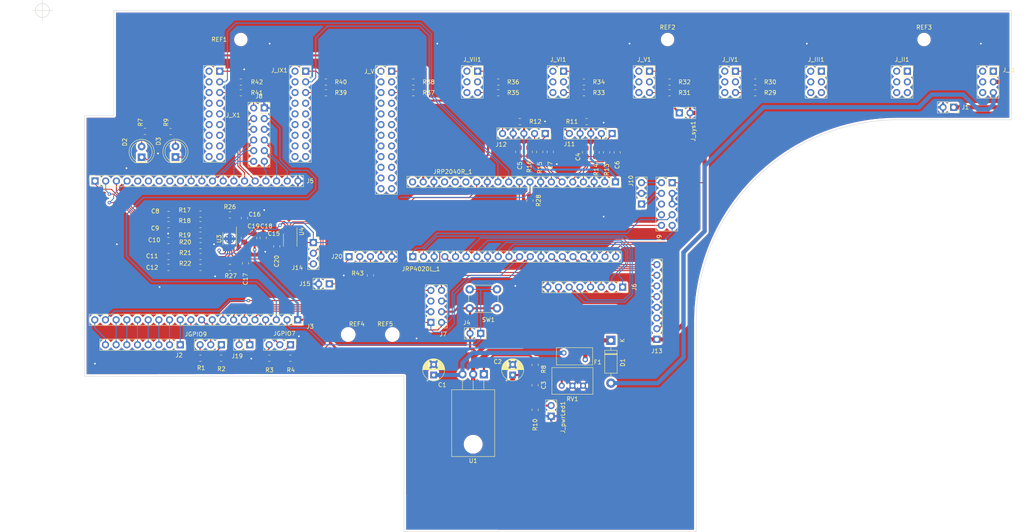
<source format=kicad_pcb>
(kicad_pcb (version 20211014) (generator pcbnew)
  (layers (0 "F.Cu" signal) (31 "B.Cu" signal) (34 "B.Paste" user) (35 "F.Paste" user) (36 "B.SilkS" user "B.Silkscreen") (37 "F.SilkS" user "F.Silkscreen") (38 "B.Mask" user) (39 "F.Mask" user) (44 "Edge.Cuts" user))
  (net 0 "")
  (net 1 "Net-(C1-Pad1)")
  (net 2 "GND")
  (net 3 "+3V3")
  (net 4 "RE1_B")
  (net 5 "RE2_B")
  (net 6 "RE1_A")
  (net 7 "RE2_A")
  (net 8 "BT_SPKR_L+")
  (net 9 "Net-(C8-Pad2)")
  (net 10 "Net-(C9-Pad2)")
  (net 11 "Net-(C10-Pad2)")
  (net 12 "BT_SPKR_R+")
  (net 13 "Net-(C11-Pad2)")
  (net 14 "BT_SPKR_R-")
  (net 15 "Net-(C12-Pad2)")
  (net 16 "Net-(C16-Pad1)")
  (net 17 "aud_bt_o+")
  (net 18 "Net-(C17-Pad1)")
  (net 19 "aud_bt_o-")
  (net 20 "Net-(D1-Pad1)")
  (net 21 "sys_onoff_o")
  (net 22 "BT_LED_0")
  (net 23 "Net-(D2-Pad2)")
  (net 24 "BT_LED_1")
  (net 25 "Net-(D3-Pad2)")
  (net 26 "sys_onoff_i")
  (net 27 "Net-(J2-Pad1)")
  (net 28 "Net-(J2-Pad2)")
  (net 29 "Net-(J2-Pad3)")
  (net 30 "Net-(J2-Pad4)")
  (net 31 "Net-(J2-Pad5)")
  (net 32 "Net-(J2-Pad6)")
  (net 33 "Net-(J2-Pad7)")
  (net 34 "Net-(J2-Pad8)")
  (net 35 "BT_PWREN")
  (net 36 "BT_GPIO6")
  (net 37 "BT_GPIO7")
  (net 38 "BT_UART_RX")
  (net 39 "BT_UART_TX")
  (net 40 "BT_UART_CTS")
  (net 41 "BT_UART_RTS")
  (net 42 "Net-(J19-Pad1)")
  (net 43 "Net-(J19-Pad2)")
  (net 44 "BT_GPIO9")
  (net 45 "BT_GPIO2")
  (net 46 "BT_SPI_MOSI")
  (net 47 "BT_SPI_SCK")
  (net 48 "BT_SPI_MISO")
  (net 49 "BT_SPI_SS")
  (net 50 "BT_PCM_CLK")
  (net 51 "BT_PCM_SYNC")
  (net 52 "BT_PCM_OUT")
  (net 53 "BT_PCM_IN")
  (net 54 "FM_GPIO2")
  (net 55 "FM_GPIO1")
  (net 56 "FM_RST")
  (net 57 "FM_SEN")
  (net 58 "FM_SCLK")
  (net 59 "FM_SDIO")
  (net 61 "DBG_SWDIO")
  (net 62 "DBG_SWCLK")
  (net 64 "DBG_UART_RX")
  (net 66 "DBG_UART_TX")
  (net 67 "DBG_RST")
  (net 68 "Net-(J11-Pad1)")
  (net 69 "Net-(J11-Pad2)")
  (net 70 "RE1_SW")
  (net 71 "Net-(J12-Pad1)")
  (net 72 "Net-(J12-Pad2)")
  (net 73 "RE2_SW")
  (net 74 "SYS_audio_sw")
  (net 75 "audi_fm_o+")
  (net 76 "audi_fm_o-")
  (net 77 "Net-(J15-Pad1)")
  (net 78 "Net-(J_VIII1-Pad1)")
  (net 80 "sys_button_c")
  (net 82 "Net-(J_VIII1-Pad5)")
  (net 102 "EPD_DC")
  (net 103 "EPD_CS")
  (net 104 "EPD_CLK")
  (net 105 "EPD_DIN")
  (net 106 "EPD_RST")
  (net 107 "EPD_BUSY")
  (net 108 "/audio_amp_stage/SPKR+")
  (net 109 "/audio_amp_stage/SPKR-")
  (net 110 "Net-(J20-Pad3)")
  (net 111 "sys_button_a")
  (net 112 "sys_button_b")
  (net 113 "sys_adcVref")
  (net 114 "sys_3v3out")
  (net 115 "sys_3V3_EN")
  (net 116 "sys_Vsys")
  (net 117 "sys_Vbus")
  (net 124 "sys_contact_bi")
  (net 126 "sys_contact_bo")
  (net 130 "sys_contact_ci")
  (net 132 "sys_contact_co")
  (net 134 "Net-(J_IV1-Pad1)")
  (net 138 "Net-(J_IV1-Pad5)")
  (net 140 "Net-(J_IX1-Pad1)")
  (net 143 "Net-(J_IX1-Pad5)")
  (net 157 "Net-(J_pwrLed1-Pad2)")
  (net 158 "Net-(J_V1-Pad1)")
  (net 162 "Net-(J_V1-Pad5)")
  (net 164 "Net-(J_VI1-Pad1)")
  (net 166 "sys_button_e")
  (net 168 "Net-(J_VI1-Pad5)")
  (net 170 "Net-(J_VII1-Pad1)")
  (net 172 "sys_button_d")
  (net 174 "Net-(J_VII1-Pad5)")
  (net 176 "Net-(J_X1-Pad1)")
  (net 179 "Net-(J_X1-Pad5)")
  (net 193 "Net-(R17-Pad2)")
  (net 194 "Net-(R18-Pad2)")
  (net 195 "Net-(R20-Pad2)")
  (net 196 "Net-(R22-Pad2)")
  (net 197 "Net-(JGPIO7-Pad3)")
  (net 198 "Net-(JGPIO7-Pad1)")
  (net 199 "Net-(JGPIO9-Pad1)")
  (net 200 "Net-(JGPIO9-Pad3)")
  (net 201 "BT_SPKR_L-")
  (net 202 "Net-(R8-Pad2)")
  (footprint "Connector_PinSocket_2.54mm:PinSocket_2x03_P2.54mm_Vertical" (layer "F.Cu") (at 232.293108 33.434)
    (fp_text reference "J_III1")
    (fp_text value "Conn_02x03_Odd_Even")
  )
  (footprint "Resistor_SMD:R_0805_2012Metric_Pad1.20x1.40mm_HandSolder" (layer "F.Cu") (at 76.995 77.517847)
    (fp_text reference "C11")
    (fp_text value "1u")
  )
  (footprint "Resistor_SMD:R_0805_2012Metric_Pad1.20x1.40mm_HandSolder" (layer "F.Cu") (at 95.295 79.117847 90)
    (fp_text reference "C17")
    (fp_text value "68u")
  )
  (footprint "Connector_PinSocket_2.54mm:PinSocket_1x02_P2.54mm_Vertical" (layer "F.Cu") (at 198.51 43.359 90)
    (fp_text reference "J_sys1")
    (fp_text value "Conn_01x02")
  )
  (footprint "Connector_PinSocket_2.54mm:PinSocket_2x03_P2.54mm_Vertical" (layer "F.Cu") (at 170.959776 33.434)
    (fp_text reference "J_VI1")
    (fp_text value "Conn_02x03_Odd_Even")
  )
  (footprint "Resistor_SMD:R_0805_2012Metric_Pad1.20x1.40mm_HandSolder" (layer "F.Cu") (at 183.702 52.734 -90)
    (fp_text reference "C6")
    (fp_text value "10n")
  )
  (footprint "Connector_PinSocket_2.54mm:PinSocket_1x02_P2.54mm_Vertical" (layer "F.Cu") (at 168 115.5 180)
    (fp_text reference "J_pwrLed1")
    (fp_text value "Conn_01x02")
  )
  (footprint "Connector_PinSocket_2.54mm:PinSocket_1x08_P2.54mm_Vertical" (layer "F.Cu") (at 193.149 97.217 180)
    (fp_text reference "J13")
    (fp_text value "Conn_01x08_epaper")
  )
  (footprint "Connector_PinSocket_2.54mm:PinSocket_1x20_P2.54mm_Vertical" (layer "F.Cu") (at 107.72 92.567847 -90)
    (fp_text reference "J3")
    (fp_text value "BT_RN52_connector_left")
  )
  (footprint "Resistor_SMD:R_0805_2012Metric_Pad1.20x1.40mm_HandSolder" (layer "F.Cu") (at 125.0285 82.0155 -90)
    (fp_text reference "R43")
    (fp_text value "10k")
  )
  (footprint "Resistor_SMD:R_0805_2012Metric_Pad1.20x1.40mm_HandSolder" (layer "F.Cu") (at 95.045 68.367847 -90)
    (fp_text reference "C16")
    (fp_text value "68u")
  )
  (footprint "Connector_PinSocket_2.54mm:PinSocket_2x09_P2.54mm_Vertical" (layer "F.Cu") (at 109.626444 33.434)
    (fp_text reference "J_IX1")
    (fp_text value "Conn_02x09_Odd_Even")
  )
  (footprint "Connector_PinSocket_2.54mm:PinSocket_2x03_P2.54mm_Vertical" (layer "F.Cu") (at 273.182 33.434)
    (fp_text reference "J_I1")
    (fp_text value "Conn_02x03_Odd_Even")
  )
  (footprint "Connector_PinSocket_2.54mm:PinSocket_2x06_P2.54mm_Vertical" (layer "F.Cu") (at 99.79 42.175)
    (fp_text reference "J8")
    (fp_text value "Conn_02x06_Counter_Clockwise")
  )
  (footprint "Connector_PinSocket_2.54mm:PinSocket_1x05_P2.54mm_Vertical" (layer "F.Cu") (at 182.502 48.259 -90)
    (fp_text reference "J11")
    (fp_text value "HMI_rotaryEncoder_1")
  )
  (footprint "Connector_PinSocket_2.54mm:PinSocket_1x05_P2.54mm_Vertical" (layer "F.Cu") (at 166.602 48.259 -90)
    (fp_text reference "J12")
    (fp_text value "HMI_rotaryEncoder_1")
  )
  (footprint "Connector_PinSocket_2.54mm:PinSocket_2x12_P2.54mm_Vertical" (layer "F.Cu") (at 130.070888 33.434)
    (fp_text reference "J_VIII1")
    (fp_text value "Conn_02x12_Odd_Even")
  )
  (footprint "Package_TO_SOT_THT:TO-220-3_Horizontal_TabDown" (layer "F.Cu") (at 151.998 105.508 180)
    (fp_text reference "U1")
    (fp_text value "LM317_TO-220")
  )
  (footprint "Resistor_SMD:R_0805_2012Metric_Pad1.20x1.40mm_HandSolder" (layer "F.Cu") (at 162.802 52.634 90)
    (fp_text reference "R16")
    (fp_text value "10k")
  )
  (footprint "Connector_PinSocket_2.54mm:PinSocket_1x03_P2.54mm_Vertical" (layer "F.Cu") (at 111.449 74.186847)
    (fp_text reference "J14")
    (fp_text value "Conn_01x03_fmModule_audioOutput")
  )
  (footprint "Connector_PinSocket_2.54mm:PinSocket_2x03_P2.54mm_Vertical" (layer "F.Cu") (at 150.515332 33.434)
    (fp_text reference "J_VII1")
    (fp_text value "Conn_02x03_Odd_Even")
  )
  (footprint "Resistor_SMD:R_0805_2012Metric_Pad1.20x1.40mm_HandSolder" (layer "F.Cu") (at 216.55 36.018)
    (fp_text reference "R30")
    (fp_text value "10k")
  )
  (footprint "LED_THT:LED_D5.0mm" (layer "F.Cu") (at 70.6 53.9 90)
    (fp_text reference "D2")
    (fp_text value "LED")
  )
  (footprint "Resistor_SMD:R_0805_2012Metric_Pad1.20x1.40mm_HandSolder" (layer "F.Cu") (at 196.176 36.018)
    (fp_text reference "R32")
    (fp_text value "10k")
  )
  (footprint "Connector_PinHeader_2.54mm:PinHeader_1x03_P2.54mm_Vertical" (layer "F.Cu") (at 89.58 98.5 -90)
    (fp_text reference "JGPIO9")
    (fp_text value "Conn_01x03")
  )
  (footprint "MountingHole:MountingHole_2.5mm" (layer "F.Cu") (at 130.2365 96.0695)
    (fp_text reference "REF5")
    (fp_text value "MountingHole_2.5mm")
  )
  (footprint "Connector_PinSocket_2.54mm:PinSocket_2x05_P2.54mm_Vertical" (layer "F.Cu") (at 196.79 59.95)
    (fp_text reference "J9")
    (fp_text value "SYS_debug_connector")
  )
  (footprint "Resistor_SMD:R_0805_2012Metric_Pad1.20x1.40mm_HandSolder" (layer "F.Cu") (at 84.595 74.917847)
    (fp_text reference "R20")
    (fp_text value "47k")
  )
  (footprint "Resistor_SMD:R_0805_2012Metric_Pad1.20x1.40mm_HandSolder" (layer "F.Cu") (at 175.802 38.558 180)
    (fp_text reference "R33")
    (fp_text value "10k")
  )
  (footprint "Resistor_SMD:R_0805_2012Metric_Pad1.20x1.40mm_HandSolder" (layer "F.Cu") (at 160.552 45.416)
    (fp_text reference "R12")
    (fp_text value "10k")
  )
  (footprint "Resistor_SMD:R_0805_2012Metric_Pad1.20x1.40mm_HandSolder" (layer "F.Cu") (at 164.19 108.134 -90)
    (fp_text reference "C3")
    (fp_text value "100n")
  )
  (footprint "Resistor_SMD:R_0805_2012Metric_Pad1.20x1.40mm_HandSolder" (layer "F.Cu") (at 167.802 52.634 -90)
    (fp_text reference "C7")
    (fp_text value "10n")
  )
  (footprint "Resistor_SMD:R_0805_2012Metric_Pad1.20x1.40mm_HandSolder" (layer "F.Cu") (at 175.802 36.018)
    (fp_text reference "R34")
    (fp_text value "10k")
  )
  (footprint "Resistor_SMD:R_0805_2012Metric_Pad1.20x1.40mm_HandSolder" (layer "F.Cu") (at 76.995 80.117847)
    (fp_text reference "C12")
    (fp_text value "1u")
  )
  (footprint "Resistor_SMD:R_0805_2012Metric_Pad1.20x1.40mm_HandSolder" (layer "F.Cu") (at 99.515 73.091847 90)
    (fp_text reference "C15")
    (fp_text value "100u")
  )
  (footprint "Resistor_SMD:R_0805_2012Metric_Pad1.20x1.40mm_HandSolder" (layer "F.Cu") (at 155.428 36.018)
    (fp_text reference "R36")
    (fp_text value "10k")
  )
  (footprint "Resistor_SMD:R_0805_2012Metric_Pad1.20x1.40mm_HandSolder" (layer "F.Cu") (at 71.4 47.75 180)
    (fp_text reference "R7")
    (fp_text value "470")
  )
  (footprint "Connector_PinSocket_2.54mm:PinSocket_2x03_P2.54mm_Vertical" (layer "F.Cu") (at 211.848664 33.434)
    (fp_text reference "J_IV1")
    (fp_text value "Conn_02x03_Odd_Even")
  )
  (footprint "Resistor_SMD:R_0805_2012Metric_Pad1.20x1.40mm_HandSolder" (layer "F.Cu") (at 97.265 73.091847 90)
    (fp_text reference "C18")
    (fp_text value "100n")
  )
  (footprint "Potentiometer_THT:Potentiometer_Bourns_3299W_Vertical" (layer "F.Cu") (at 170.53 108.243 180)
    (fp_text reference "RV1")
    (fp_text value "R_Potentiometer_Trim")
  )
  (footprint "Resistor_SMD:R_0805_2012Metric_Pad1.20x1.40mm_HandSolder" (layer "F.Cu") (at 165.302 52.634 90)
    (fp_text reference "R15")
    (fp_text value "10k")
  )
  (footprint "LED_THT:LED_D5.0mm" (layer "F.Cu") (at 78.65 53.85 90)
    (fp_text reference "D3")
    (fp_text value "LED")
  )
  (footprint "MountingHole:MountingHole_2.2mm_M2_DIN965" (layer "F.Cu") (at 195.7 25.9)
    (fp_text reference "REF2")
    (fp_text value "MountingHole_2.2mm_M2_DIN965")
  )
  (footprint "Resistor_SMD:R_0805_2012Metric_Pad1.20x1.40mm_HandSolder" (layer "F.Cu") (at 164.19 113.976 90)
    (fp_text reference "R10")
    (fp_text value "330")
  )
  (footprint "Resistor_SMD:R_0805_2012Metric_Pad1.20x1.40mm_HandSolder" (layer "F.Cu") (at 105.985 101.7)
    (fp_text reference "R4")
    (fp_text value "10k")
  )
  (footprint "Connector_PinSocket_2.54mm:PinSocket_1x03_P2.54mm_Vertical" (layer "F.Cu") (at 189.5 65.025 180)
    (fp_text reference "J10")
    (fp_text value "Conn_01x03")
  )
  (footprint "Resistor_SMD:R_0805_2012Metric_Pad1.20x1.40mm_HandSolder" (layer "F.Cu") (at 160.302 52.634 90)
    (fp_text reference "C5")
    (fp_text value "10n")
  )
  (footprint "Resistor_SMD:R_0805_2012Metric_Pad1.20x1.40mm_HandSolder" (layer "F.Cu") (at 84.595 69.917847)
    (fp_text reference "R18")
    (fp_text value "22k")
  )
  (footprint "Resistor_SMD:R_0805_2012Metric_Pad1.20x1.40mm_HandSolder" (layer "F.Cu") (at 94.206 38.558 180)
    (fp_text reference "R41")
    (fp_text value "10k")
  )
  (footprint "Resistor_SMD:R_0805_2012Metric_Pad1.20x1.40mm_HandSolder" (layer "F.Cu") (at 94.206 36.018)
    (fp_text reference "R42")
    (fp_text value "10k")
  )
  (footprint "Resistor_SMD:R_0805_2012Metric_Pad1.20x1.40mm_HandSolder" (layer "F.Cu") (at 155.428 38.558 180)
    (fp_text reference "R35")
    (fp_text value "10k")
  )
  (footprint "Connector_PinSocket_2.54mm:PinSocket_2x09_P2.54mm_Vertical" (layer "F.Cu") (at 89.182 33.434)
    (fp_text reference "J_X1")
    (fp_text value "Conn_02x09_Odd_Even")
  )
  (footprint "Connector_PinSocket_2.54mm:PinSocket_1x05_P2.54mm_Vertical" (layer "F.Cu") (at 119.9365 77.5445 90)
    (fp_text reference "J20")
    (fp_text value "Conn_01x05_toClassD")
  )
  (footprint "Diode_THT:D_DO-41_SOD81_P10.16mm_Horizontal" (layer "F.Cu") (at 182.224 97.466 -90)
    (fp_text reference "D1")
    (fp_text value "1N4001")
  )
  (footprint "Resistor_SMD:R_0805_2012Metric_Pad1.20x1.40mm_HandSolder" (layer "F.Cu") (at 114.426 38.558 180)
    (fp_text reference "R39")
    (fp_text value "10k")
  )
  (footprint "Resistor_SMD:R_0805_2012Metric_Pad1.20x1.40mm_HandSolder" (layer "F.Cu") (at 178.702 52.734 90)
    (fp_text reference "R14")
    (fp_text value "10k")
  )
  (footprint "Connector_PinSocket_2.54mm:PinSocket_1x02_P2.54mm_Vertical" (layer "F.Cu") (at 115.25 84.025 -90)
    (fp_text reference "J15")
    (fp_text value "Conn_01x02_classD_SD")
  )
  (footprint "Resistor_SMD:R_0805_2012Metric_Pad1.20x1.40mm_HandSolder" (layer "F.Cu") (at 89.53 101.7)
    (fp_text reference "R2")
    (fp_text value "10k")
  )
  (footprint "Connector_PinSocket_2.54mm:PinSocket_1x20_P2.54mm_Vertical" (layer "F.Cu") (at 135.102 77.549 90)
    (fp_text reference "JRP4020L_1")
    (fp_text value "RP2040_2")
  )
  (footprint "Resistor_SMD:R_0805_2012Metric_Pad1.20x1.40mm_HandSolder" (layer "F.Cu") (at 114.426 36.018)
    (fp_text reference "R40")
    (fp_text value "10k")
  )
  (footprint "Resistor_SMD:R_0805_2012Metric_Pad1.20x1.40mm_HandSolder" (layer "F.Cu") (at 164.19 103.308 90)
    (fp_text reference "R8")
    (fp_text value "240")
  )
  (footprint "Button_Switch_THT:SW_PUSH_6mm" (layer "F.Cu") (at 155.134 89.822 180)
    (fp_text reference "SW1")
    (fp_text value "SW_Push")
  )
  (footprint "Resistor_SMD:R_0805_2012Metric_Pad1.20x1.40mm_HandSolder" (layer "F.Cu") (at 76.995 67.517847)
    (fp_text reference "C8")
    (fp_text value "1u")
  )
  (footprint "Resistor_SMD:R_0805_2012Metric_Pad1.20x1.40mm_HandSolder" (layer "F.Cu") (at 176.452 45.416)
    (fp_text reference "R11")
    (fp_text value "10k")
  )
  (footprint "Capacitor_THT:CP_Radial_D5.0mm_P2.50mm" (layer "F.Cu") (at 158.856 105.697113 90)
    (fp_text reference "C2")
    (fp_text value "10u")
  )
  (footprint "Connector_PinSocket_2.54mm:PinSocket_1x20_P2.54mm_Vertical" (layer "F.Cu") (at 59.52 59.547847 90)
    (fp_text reference "J5")
    (fp_text value "BT_RN52_connector_right")
  )
  (footprint "Resistor_SMD:R_0805_2012Metric_Pad1.20x1.40mm_HandSolder" (layer "F.Cu") (at 84.595 77.517847)
    (fp_text reference "R21")
    (fp_text value "22k")
  )
  (footprint "Connector_PinHeader_2.54mm:PinHeader_1x02_P2.54mm_Vertical" (layer "F.Cu") (at 96.33 98.5 -90)
    (fp_text reference "J19")
    (fp_text value "Conn_01x02_rn52_usb")
  )
  (footprint "Connector_PinSocket_2.54mm:PinSocket_2x03_P2.54mm_Vertical" (layer "F.Cu") (at 252.737552 33.434)
    (fp_text reference "J_II1")
    (fp_text value "Conn_02x03_Odd_Even")
  )
  (footprint "Fuse:Fuse_BelFuse_0ZRE0005FF_L8.3mm_W3.8mm" (layer "F.Cu") (at 176.128 102.038 180)
    (fp_text reference "F1")
    (fp_text value "Polyfuse 1,5A")
  )
  (footprint "Resistor_SMD:R_0805_2012Metric_Pad1.20x1.40mm_HandSolder" (layer "F.Cu") (at 91.595 67.617847)
    (fp_text reference "R26")
    (fp_text value "47k")
  )
  (footprint "Connector_PinSocket_2.54mm:PinSocket_2x04_P2.54mm_Vertical" (layer "F.Cu") (at 139.402 93.184 180)
    (fp_text reference "J7")
    (fp_text value "BT_debug_connector")
  )
  (footprint "Resistor_SMD:R_0805_2012Metric_Pad1.20x1.40mm_HandSolder" (layer "F.Cu") (at 84.595 80.117847)
    (fp_text reference "R22")
    (fp_text value "22k")
  )
  (footprint "Resistor_SMD:R_0805_2012Metric_Pad1.20x1.40mm_HandSolder" (layer "F.Cu") (at 216.55 38.558 180)
    (fp_text reference "R29")
    (fp_text value "10k")
  )
  (footprint "Resistor_SMD:R_0805_2012Metric_Pad1.20x1.40mm_HandSolder" (layer "F.Cu") (at 196.176 38.558 180)
    (fp_text reference "R31")
    (fp_text value "10k")
  )
  (footprint "Package_SO:HVSSOP-10-1EP_3x3mm_P0.5mm_EP1.57x1.88mm_ThermalVias" (layer "F.Cu") (at 91.545 73.307847 -90)
    (fp_text reference "U3")
    (fp_text value "TPA6112A2DGQ")
  )
  (footprint "Resistor_SMD:R_0805_2012Metric_Pad1.20x1.40mm_HandSolder" (layer "F.Cu") (at 95.015 73.091847 -90)
    (fp_text reference "C19")
    (fp_text value "10u")
  )
  (footprint "Resistor_SMD:R_0805_2012Metric_Pad1.20x1.40mm_HandSolder" (layer "F.Cu") (at 84.595 72.417847)
    (fp_text reference "R19")
    (fp_text value "47k")
  )
  (footprint "Resistor_SMD:R_0805_2012Metric_Pad1.20x1.40mm_HandSolder" (layer "F.Cu") (at 84.595 67.417847)
    (fp_text reference "R17")
    (fp_text value "22k")
  )
  (footprint "Connector_PinHeader_2.54mm:PinHeader_1x03_P2.54mm_Vertical" (layer "F.Cu") (at 106.01 98.5 -90)
    (fp_text reference "JGPIO7")
    (fp_text value "Conn_01x03")
  )
  (footprint "Resistor_SMD:R_0805_2012Metric_Pad1.20x1.40mm_HandSolder" (layer "F.Cu") (at 162.966 64.212 -90)
    (fp_text reference "R28")
    (fp_text value "10k")
  )
  (footprint "Resistor_SMD:R_0805_2012Metric_Pad1.20x1.40mm_HandSolder" (layer "F.Cu") (at 76.995 69.917847)
    (fp_text reference "C9")
    (fp_text value "1u")
  )
  (footprint "MountingHole:MountingHole_2.2mm_M2_DIN965" (layer "F.Cu") (at 256.7 25.9)
    (fp_text reference "REF3")
    (fp_text value "MountingHole_2.2mm_M2_DIN965")
  )
  (footprint "Connector_PinSocket_2.54mm:PinSocket_1x02_P2.54mm_Vertical" (layer "F.Cu") (at 263.75 42.025 -90)
    (fp_text reference "J1")
    (fp_text value "Conn_01x02")
  )
  (footprint "Capacitor_THT:CP_Radial_D5.0mm_P2.50mm" (layer "F.Cu") (at 140.06 105.697113 90)
    (fp_text reference "C1")
    (fp_text value "100u")
  )
  (footprint "Resistor_SMD:R_0805_2012Metric_Pad1.20x1.40mm_HandSolder" (layer "F.Cu") (at 77.5 47.8)
    (fp_text reference "R9")
    (fp_text value "470")
  )
  (footprint "MountingHole:MountingHole_2.2mm_M2_DIN965" (layer "F.Cu") (at 94.2 25.9)
    (fp_text reference "REF1")
    (fp_text value "MountingHole_2.2mm_M2_DIN965")
  )
  (footprint "Connector_PinSocket_2.54mm:PinSocket_1x20_P2.54mm_Vertical" (layer "F.Cu") (at 183.302 59.769 -90)
    (fp_text reference "JRP2040R_1")
    (fp_text value "RP2040_1")
  )
  (footprint "MountingHole:MountingHole_2.5mm" (layer "F.Cu") (at 119.7365 96.0695)
    (fp_text reference "REF4")
    (fp_text value "MountingHole_2.5mm")
  )
  (footprint "Connector_PinSocket_2.54mm:PinSocket_1x08_P2.54mm_Vertical" (layer "F.Cu") (at 79.78 98.5 -90)
    (fp_text reference "J2")
    (fp_text value "Conn_01x08")
  )
  (footprint "Connector_PinSocket_2.54mm:PinSocket_1x02_P2.54mm_Vertical" (layer "F.Cu") (at 151.25 95.802 -90)
    (fp_text reference "J4")
    (fp_text value "Conn_01x02")
  )
  (footprint "Resistor_SMD:R_0805_2012Metric_Pad1.20x1.40mm_HandSolder" (layer "F.Cu") (at 135.217 36.018)
    (fp_text reference "R38")
    (fp_text value "10k")
  )
  (footprint "Resistor_SMD:R_0805_2012Metric_Pad1.20x1.40mm_HandSolder" (layer "F.Cu") (at 176.202 52.734 90)
    (fp_text reference "C4")
    (fp_text value "10n")
  )
  (footprint "Resistor_SMD:R_0805_2012Metric_Pad1.20x1.40mm_HandSolder" (layer "F.Cu") (at 84.58 101.7 180)
    (fp_text reference "R1")
    (fp_text value "10k")
  )
  (footprint "Resistor_SMD:R_0805_2012Metric_Pad1.20x1.40mm_HandSolder" (layer "F.Cu") (at 102.745 75.107847 90)
    (fp_text reference "C20")
    (fp_text value "100n")
  )
  (footprint "Connector_PinSocket_2.54mm:PinSocket_2x03_P2.54mm_Vertical" (layer "F.Cu") (at 191.40422 33.434)
    (fp_text reference "J_V1")
    (fp_text value "Conn_02x03_Odd_Even")
  )
  (footprint "Resistor_SMD:R_0805_2012Metric_Pad1.20x1.40mm_HandSolder" (layer "F.Cu") (at 76.995 73.717847)
    (fp_text reference "C10")
    (fp_text value "1u")
  )
  (footprint "Resistor_SMD:R_0805_2012Metric_Pad1.20x1.40mm_HandSolder" (layer "F.Cu") (at 100.985 101.7 180)
    (fp_text reference "R3")
    (fp_text value "10k")
  )
  (footprint "Resistor_SMD:R_0805_2012Metric_Pad1.20x1.40mm_HandSolder" (layer "F.Cu") (at 91.595 80.117847)
    (fp_text reference "R27")
    (fp_text value "47k")
  )
  (footprint "Resistor_SMD:R_0805_2012Metric_Pad1.20x1.40mm_HandSolder" (layer "F.Cu") (at 181.202 52.734 90)
    (fp_text reference "R13")
    (fp_text value "10k")
  )
  (footprint "Resistor_SMD:R_0805_2012Metric_Pad1.20x1.40mm_HandSolder" (layer "F.Cu") (at 135.217 38.558 180)
    (fp_text reference "R37")
    (fp_text value "10k")
  )
  (footprint "Package_SO:VSSOP-10_3x3mm_P0.5mm" (layer "F.Cu") (at 105.945 73.617847 -90)
    (fp_text reference "U4")
    (fp_text value "TS5A2234")
  )
  (footprint "Connector_PinSocket_2.54mm:PinSocket_1x08_P2.54mm_Vertical" (layer "F.Cu") (at 184.998 84.786 -90)
    (fp_text reference "J6")
    (fp_text value "FM_interface")
  )
  (gr_line (start 277.5 19) (end 277.5 45) (layer "Edge.Cuts") (width 0.1))
  (gr_line (start 277.5 45) (end 250.5 45) (layer "Edge.Cuts") (width 0.1))
  (gr_line (start 57 106) (end 133 105.934) (layer "Edge.Cuts") (width 0.1))
  (gr_line (start 202.5 143) (end 202.5 93) (layer "Edge.Cuts") (width 0.1))
  (gr_line (start 64 19) (end 64 44) (layer "Edge.Cuts") (width 0.1))
  (gr_arc (start 202.5 93) (mid 216.558875 59.058875) (end 250.5 45) (layer "Edge.Cuts") (width 0.1))
  (gr_line (start 133 143) (end 202.5 143) (layer "Edge.Cuts") (width 0.1))
  (gr_line (start 133 105.934) (end 133 143) (layer "Edge.Cuts") (width 0.1))
  (gr_line (start 57 44) (end 57 106) (layer "Edge.Cuts") (width 0.1))
  (gr_line (start 64 44) (end 57 44) (layer "Edge.Cuts") (width 0.1))
  (gr_line (start 64 19) (end 277.5 19) (layer "Edge.Cuts") (width 0.1))
  (gr_text "DjenaDev Bt radio\nV 1.1\n08 2023" (at 144.352 138.534) (layer "F.Cu") (effects (font (size 1.5 1.5) (thickness 0.3))))
  (target plus (at 47 19) (size 5) (width 0.1) (layer "Edge.Cuts"))
  (segment (start 146.728887 105.697113) (end 146.918 105.508) (width 1) (layer "B.Cu") (net 1))
  (segment (start 149.28 100.438) (end 171.028 100.438) (width 1) (layer "B.Cu") (net 1))
  (segment (start 146.918 105.508) (end 146.918 102.8) (width 1) (layer "B.Cu") (net 1))
  (segment (start 146.918 102.8) (end 149.28 100.438) (width 1) (layer "B.Cu") (net 1))
  (segment (start 140.06 105.697113) (end 146.728887 105.697113) (width 1) (layer "B.Cu") (net 1))
  (segment (start 90.545 71.157847) (end 89.835 71.157847) (width 0.25) (layer "F.Cu") (net 2))
  (segment (start 104.945 75.817847) (end 104.945 74.445847) (width 0.25) (layer "F.Cu") (net 2))
  (segment (start 104.945 75.817847) (end 104.295 75.817847) (width 0.25) (layer "F.Cu") (net 2))
  (via (at 95 33) (size 0.8) (drill 0.4) (layers "F.Cu" "B.Cu") (net 2))
  (via (at 166.552 45.384) (size 0.8) (drill 0.4) (layers "F.Cu" "B.Cu") (net 2))
  (via (at 74.873 84.759847) (size 0.8) (drill 0.4) (layers "F.Cu" "B.Cu") (net 2))
  (via (at 180.492 68.022) (size 0.8) (drill 0.4) (layers "F.Cu" "B.Cu") (net 2))
  (via (at 159.5 84.5) (size 0.8) (drill 0.4) (layers "F.Cu" "B.Cu") (net 2))
  (via (at 108 96.5) (size 0.8) (drill 0.4) (layers "F.Cu" "B.Cu") (net 2))
  (via (at 169.352 55.534) (size 0.8) (drill 0.4) (layers "F.Cu" "B.Cu") (net 2))
  (via (at 76.905 72.059847) (size 0.8) (drill 0.4) (layers "F.Cu" "B.Cu") (net 2))
  (via (at 59.5 103) (size 0.8) (drill 0.4) (layers "F.Cu" "B.Cu") (net 2))
  (via (at 118.6785 82.0155) (size 0.8) (drill 0.4) (layers "F.Cu" "B.Cu") (net 2))
  (via (at 100.019 76.377847) (size 0.8) (drill 0.4) (layers "F.Cu" "B.Cu") (net 2))
  (via (at 99.765 66.471847) (size 0.8) (drill 0.4) (layers "F.Cu" "B.Cu") (net 2))
  (via (at 186.648 26.874) (size 0.8) (drill 0.4) (layers "F.Cu" "B.Cu") (net 2))
  (via (at 270.214 26.874) (size 0.8) (drill 0.4) (layers "F.Cu" "B.Cu") (net 2))
  (via (at 140.928 26.874) (size 0.8) (drill 0.4) (layers "F.Cu" "B.Cu") (net 2))
  (via (at 228.812 26.874) (size 0.8) (drill 0.4) (layers "F.Cu" "B.Cu") (net 2))
  (via (at 64.713 74.599847) (size 0.8) (drill 0.4) (layers "F.Cu" "B.Cu") (net 2))
  (via (at 180.492 45.67) (size 0.8) (drill 0.4) (layers "F.Cu" "B.Cu") (net 2))
  (via (at 87.827 74.599847) (size 0.8) (drill 0.4) (layers "F.Cu" "B.Cu") (net 2))
  (via (at 101.05 26.874) (size 0.8) (drill 0.4) (layers "F.Cu" "B.Cu") (net 2))
  (via (at 96.692 101.8) (size 0.8) (drill 0.4) (layers "F.Cu" "B.Cu") (net 2))
  (via (at 136 97) (size 0.8) (drill 0.4) (layers "F.Cu" "B.Cu") (net 2))
  (via (at 67 56.5) (size 0.8) (drill 0.4) (layers "F.Cu" "B.Cu") (net 2))
  (via (at 74.5 53) (size 0.8) (drill 0.4) (layers "F.Cu" "B.Cu") (net 2))
  (via (at 88.081 82.219847) (size 0.8) (drill 0.4) (layers "F.Cu" "B.Cu") (net 2))
  (segment (start 216.706 40.434) (end 217.55 39.59) (width 0.5) (layer "F.Cu") (net 3))
  (segment (start 204.5 71.5) (end 199.476 76.524) (width 1) (layer "F.Cu") (net 3))
  (segment (start 97.25 38.25) (end 97.08 38.08) (width 0.25) (layer "F.Cu") (net 3))
  (segment (start 134.902 29.684) (end 98.316 29.684) (width 0.5) (layer "F.Cu") (net 3))
  (segment (start 204.566 40.434) (end 216.706 40.434) (width 0.5) (layer "F.Cu") (net 3))
  (segment (start 97.479 75.869847) (end 97.479 74.305847) (width 0.5) (layer "F.Cu") (net 3))
  (segment (start 201.05 44.634) (end 200.268 45.416) (width 0.25) (layer "F.Cu") (net 3))
  (segment (start 104.085 72.767847) (end 102.745 74.107847) (width 0.25) (layer "F.Cu") (net 3))
  (segment (start 138.152 32.934) (end 134.902 29.684) (width 0.5) (layer "F.Cu") (net 3))
  (segment (start 85.58 101.7) (end 85.58 102.425) (width 0.25) (layer "F.Cu") (net 3))
  (segment (start 196.712 43.638) (end 195.442 42.368) (width 0.25) (layer "F.Cu") (net 3))
  (segment (start 117.042 99.542) (end 148.958 99.542) (width 0.5) (layer "F.Cu") (net 3))
  (segment (start 92.907 76.885847) (end 93.669 76.885847) (width 0.25) (layer "F.Cu") (net 3))
  (segment (start 156.442 48.409) (end 156.442 43.492) (width 0.25) (layer "F.Cu") (net 3))
  (segment (start 161.197113 105.697113) (end 158.856 105.697113) (width 0.5) (layer "F.Cu") (net 3))
  (segment (start 204.05 59.95) (end 204.5 59.5) (width 0.25) (layer "F.Cu") (net 3))
  (segment (start 149.458 107.626) (end 149.458 105.508) (width 1) (layer "F.Cu") (net 3))
  (segment (start 147.434 40.434) (end 154.546 40.434) (width 0.5) (layer "F.Cu") (net 3))
  (segment (start 97.25 42.175) (end 97.25 38.25) (width 0.25) (layer "F.Cu") (net 3))
  (segment (start 127.5565 73.0565) (end 120.5 66) (width 0.5) (layer "F.Cu") (net 3))
  (segment (start 201.066 40.434) (end 204.566 40.434) (width 0.5) (layer "F.Cu") (net 3))
  (segment (start 190.717 97.217) (end 183.322 89.822) (width 1) (layer "F.Cu") (net 3))
  (segment (start 199.476 93.524) (end 195.783 97.217) (width 1) (layer "F.Cu") (net 3))
  (segment (start 101.985 103.345) (end 101.93 103.4) (width 0.25) (layer "F.Cu") (net 3))
  (segment (start 98.452 36.708) (end 97.08 38.08) (width 0.5) (layer "F.Cu") (net 3))
  (segment (start 107.72 92.567847) (end 110.067847 92.567847) (width 0.5) (layer "F.Cu") (net 3))
  (segment (start 172.342 48.259) (end 171.094 47.011) (width 0.25) (layer "F.Cu") (net 3))
  (segment (start 197.474 45.416) (end 196.712 44.654) (width 0.25) (layer "F.Cu") (net 3))
  (segment (start 169.758 89.742) (end 169.678 89.822) (width 0.5) (layer "F.Cu") (net 3))
  (segment (start 161 98.5) (end 169.678 89.822) (width 1) (layer "F.Cu") (net 3))
  (segment (start 164.19 107.134) (end 162.134 107.134) (width 0.5) (layer "F.Cu") (net 3))
  (segment (start 148.71 95.802) (end 148.71 89.898) (width 0.5) (layer "F.Cu") (net 3))
  (segment (start 110.067847 92.567847) (end 115.5 98) (width 0.5) (layer "F.Cu") (net 3))
  (segment (start 197.184 40.434) (end 201.066 40.434) (width 0.5) (layer "F.Cu") (net 3))
  (segment (start 81.816 29.684) (end 76.5 35) (width 0.5) (layer "F.Cu") (net 3))
  (segment (start 193.149 97.217) (end 190.717 97.217) (width 1) (layer "F.Cu") (net 3))
  (segment (start 106.945 72.317847) (end 106.945 71.417847) (width 0.25) (layer "F.Cu") (net 3))
  (segment (start 136.93 40.434) (end 136.217 39.721) (width 0.5) (layer "F.Cu") (net 3))
  (segment (start 158.856 106.864) (end 157.078 108.642) (width 1) (layer "F.Cu") (net 3))
  (segment (start 158.856 105.697113) (end 158.856 106.864) (width 1) (layer "F.Cu") (net 3))
  (segment (start 136.93 40.434) (end 137.978 40.434) (width 0.5) (layer "F.Cu") (net 3))
  (segment (start 85.58 102.425) (end 86.555 103.4) (width 0.25) (layer "F.Cu") (net 3))
  (segment (start 195.783 97.217) (end 193.149 97.217) (width 1) (layer "F.Cu") (net 3))
  (segment (start 217.55 39.59) (end 217.55 38.558) (width 0.5) (layer "F.Cu") (net 3))
  (segment (start 92.545 75.457847) (end 92.545 76.523847) (width 0.25) (layer "F.Cu") (net 3))
  (segment (start 118.558 38.558) (end 118.602 38.602) (width 0.25) (layer "F.Cu") (net 3))
  (segment (start 149.458 101.542) (end 150.5 100.5) (width 1) (layer "F.Cu") (net 3))
  (segment (start 162 106.5) (end 161.197113 105.697113) (width 0.5) (layer "F.Cu") (net 3))
  (segment (start 154.546 40.434) (end 175.316 40.434) (width 0.5) (layer "F.Cu") (net 3))
  (segment (start 115.5 98) (end 117.042 99.542) (width 0.5) (layer "F.Cu") (net 3))
  (segment (start 95.015 75.539847) (end 95.015 74.091847) (width 0.25) (layer "F.Cu") (net 3))
  (segment (start 200.268 45.416) (end 197.474 45.416) (width 0.25) (layer "F.Cu") (net 3))
  (segment (start 199.476 76.524) (end 199.476 93.524) (width 1) (layer "F.Cu") (net 3))
  (segment (start 201.055 43.359) (end 201.05 43.359) (width 0.5) (layer "F.Cu") (net 3))
  (segment (start 201.066 40.434) (end 201.05 40.45) (width 0.5) (layer "F.Cu") (net 3))
  (segment (start 149.458 99.542) (end 150.416 100.5) (width 0.5) (layer "F.Cu") (net 3))
  (segment (start 176.816 38.572) (end 176.802 38.558) (width 0.5) (layer "F.Cu") (net 3))
  (segment (start 196.79 59.95) (end 204.05 59.95) (width 0.25) (layer "F.Cu") (net 3))
  (segment (start 150.416 100.5) (end 150.5 100.5) (width 0.5) (layer "F.Cu") (net 3))
  (segment (start 169.758 84.786) (end 169.758 89.742) (width 0.5) (layer "F.Cu") (net 3))
  (segment (start 98.452 36.708) (end 98.452 29.82) (width 0.5) (layer "F.Cu") (net 3))
  (segment (start 148.634 89.822) (end 145.678 89.822) (width 0.5) (layer "F.Cu") (net 3))
  (segment (start 162.134 107.134) (end 162 107) (width 0.5) (layer "F.Cu") (net 3))
  (segment (start 72.4 47.75) (end 76.45 47.75) (width 0.25) (layer "F.Cu") (net 3))
  (segment (start 203.359 43.359) (end 201.05 43.359) (width 1) (layer "F.Cu") (net 3))
  (segment (start 157.566 42.368) (end 171.028 42.368) (width 0.25) (layer "F.Cu") (net 3))
  (segment (start 97.08 38.08) (end 96.602 38.558) (width 0.5) (layer "F.Cu") (net 3))
  (segment (start 164.19 104.308) (end 164.19 107.134) (width 0.5) (layer "F.Cu") (net 3))
  (segment (start 162 114.5) (end 162 107) (width 0.5) (layer "F.Cu") (net 3))
  (segment (start 148.634 89.822) (end 155.134 89.822) (width 0.5) (layer "F.Cu") (net 3))
  (segment (start 106.495 72.767847) (end 104.085 72.767847) (width 0.25) (layer "F.Cu") (net 3))
  (segment (start 92.545 76.523847) (end 92.907 76.885847) (width 0.25) (layer "F.Cu") (net 3))
  (segment (start 171.094 42.434) (end 171.028 42.368) (width 0.25) (layer "F.Cu") (net 3))
  (segment (start 118.5 33.704) (end 118.602 33.602) (width 0.5) (layer "F.Cu") (net 3))
  (segment (start 149.458 105.508) (end 149.458 101.542) (width 1) (layer "F.Cu") (net 3))
  (segment (start 176.816 40.434) (end 176.816 38.572) (width 0.5) (layer "F.Cu") (net 3))
  (segment (start 106.495 72.767847) (end 106.945 72.317847) (width 0.25) (layer "F.Cu") (net 3))
  (segment (start 101.985 101.7) (end 101.985 103.345) (width 0.25) (layer "F.Cu") (net 3))
  (segment (start 93.669 76.885847) (end 95.015 75.539847) (width 0.25) (layer "F.Cu") (net 3))
  (segment (start 171.094 47.011) (end 171.094 42.434) (width 0.25) (layer "F.Cu") (net 3))
  (segment (start 76.45 47.75) (end 76.5 47.8) (width 0.25) (layer "F.Cu") (net 3))
  (segment (start 195.442 42.368) (end 171.028 42.368) (width 0.25) (layer "F.Cu") (net 3))
  (segment (start 127.5565 77.5445) (end 127.5565 73.0565) (width 0.5) (layer "F.Cu") (net 3))
  (segment (start 96.602 38.558) (end 95.206 38.558) (width 0.5) (layer "F.Cu") (net 3))
  (segment (start 156.346 40.434) (end 156.346 38.64) (width 0.5) (layer "F.Cu") (net 3))
  (segment (start 183.322 89.822) (end 169.678 89.822) (width 1) (layer "F.Cu") (net 3))
  (segment (start 118.602 38.602) (end 118.602 64.102) (width 0.5) (layer "F.Cu") (net 3))
  (segment (start 201.05 40.45) (end 201.05 43.359) (width 0.5) (layer "F.Cu") (net 3))
  (segment (start 118.602 33.602) (end 118.602 38.602) (width 0.5) (layer "F.Cu") (net 3))
  (segment (start 101.93 103.4) (end 110.1 103.4) (width 0.25) (layer "F.Cu") (net 3))
  (segment (start 99.531 74.107847) (end 99.515 74.091847) (width 0.25) (layer "F.Cu") (net 3))
  (segment (start 156.442 43.492) (end 157.566 42.368) (width 0.25) (layer "F.Cu") (net 3))
  (segment (start 148.71 95.802) (end 148.71 99.294) (width 0.5) (layer "F.Cu") (net 3))
  (segment (start 175.316 40.434) (end 176.816 40.434) (width 0.5) (layer "F.Cu") (net 3))
  (segment (start 102.745 74.107847) (end 99.531 74.107847) (width 0.25) (layer "F.Cu") (net 3))
  (segment (start 196.712 44.654) (end 196.712 43.638) (width 0.25) (layer "F.Cu") (net 3))
  (segment (start 204.5 44.5) (end 203.359 43.359) (width 1) (layer "F.Cu") (net 3))
  (segment (start 176.816 40.434) (end 197.184 40.434) (width 0.5) (layer "F.Cu") (net 3))
  (segment (start 150.474 108.642) (end 149.458 107.626) (width 1) (layer "F.Cu") (net 3))
  (segment (start 152.5 98.5) (end 161 98.5) (width 1) (layer "F.Cu") (net 3))
  (segment (start 150.5 100.5) (end 152.5 98.5) (width 1) (layer "F.Cu") (net 3))
  (segment (start 162.476 114.976) (end 162 114.5) (width 0.5) (layer "F.Cu") (net 3))
  (segment (start 136.217 39.721) (end 136.217 38.558) (width 0.5) (layer "F.Cu") (net 3))
  (segment (start 148.958 99.542) (end 149.458 99.542) (width 0.5) (layer "F.Cu") (net 3))
  (segment (start 201.05 43.359) (end 201.05 44.634) (width 0.25) (layer "F.Cu") (net 3))
  (segment (start 148.71 89.898) (end 148.634 89.822) (width 0.5) (layer "F.Cu") (net 3))
  (segment (start 145.678 89.822) (end 144.856 90.644) (width 0.5) (layer "F.Cu") (net 3))
  (segment (start 197.184 38.566) (end 197.176 38.558) (width 0.5) (layer "F.Cu") (net 3))
  (segment (start 98.452 29.82) (end 98.316 29.684) (width 0.5) (layer "F.Cu") (net 3))
  (segment (start 164.19 114.976) (end 162.476 114.976) (width 0.5) (layer "F.Cu") (net 3))
  (segment (start 147.434 40.434) (end 137.978 40.434) (width 0.5) (layer "F.Cu") (net 3))
  (segment (start 138.152 40.26) (end 138.152 32.934) (width 0.5) (layer "F.Cu") (net 3))
  (segment (start 162 107) (end 162 106.5) (width 0.5) (layer "F.Cu") (net 3))
  (segment (start 118.602 64.102) (end 120.5 66) (width 0.5) (layer "F.Cu") (net 3))
  (segment (start 97.515 74.091847) (end 99.765 74.091847) (width 0.25) (layer "F.Cu") (net 3))
  (segment (start 144.856 90.644) (end 141.942 90.644) (width 0.5) (layer "F.Cu") (net 3))
  (segment (start 204.5 59.5) (end 204.5 44.5) (width 1) (layer "F.Cu") (net 3))
  (segment (start 97.515 74.091847) (end 95.015 74.091847) (width 0.25) (layer "F.Cu") (net 3))
  (segment (start 120.5 66) (end 118.5 64) (width 0.5) (layer "F.Cu") (net 3))
  (segment (start 204.5 59.5) (end 204.5 71.5) (width 1) (layer "F.Cu") (net 3))
  (segment (start 118.602 29.684) (end 118.602 33.602) (width 0.5) (layer "F.Cu") (net 3))
  (segment (start 98.316 29.684) (end 81.816 29.684) (width 0.5) (layer "F.Cu") (net 3))
  (segment (start 110.1 103.4) (end 115.5 98) (width 0.25) (layer "F.Cu") (net 3))
  (segment (start 197.184 40.434) (end 197.184 38.566) (width 0.5) (layer "F.Cu") (net 3))
  (segment (start 115.426 38.558) (end 118.558 38.558) (width 0.25) (layer "F.Cu") (net 3))
  (segment (start 97.479 74.305847) (end 97.265 74.091847) (width 0.5) (layer "F.Cu") (net 3))
  (segment (start 86.555 103.4) (end 101.93 103.4) (width 0.25) (layer "F.Cu") (net 3))
  (segment (start 76.5 35) (end 76.5 47.8) (width 0.5) (layer "F.Cu") (net 3))
  (segment (start 157.078 108.642) (end 150.474 108.642) (width 1) (layer "F.Cu") (net 3))
  (via (at 97.479 75.869847) (size 0.8) (drill 0.4) (layers "F.Cu" "B.Cu") (net 3))
  (segment (start 97.479 75.869847) (end 97.479 78.409847) (width 0.5) (layer "B.Cu") (net 3))
  (segment (start 107.72 88.650847) (end 107.72 92.567847) (width 0.5) (layer "B.Cu") (net 3))
  (segment (start 97.479 78.409847) (end 107.72 88.650847) (width 0.5) (layer "B.Cu") (net 3))
  (segment (start 173.142 59.157604) (end 173.142 59.769) (width 0.25) (layer "F.Cu") (net 4))
  (segment (start 176.202 53.734) (end 176.202 56.097604) (width 0.25) (layer "F.Cu") (net 4))
  (segment (start 176.202 56.097604) (end 173.142 59.157604) (width 0.25) (layer "F.Cu") (net 4))
  (segment (start 178.702 53.734) (end 176.202 53.734) (width 0.25) (layer "F.Cu") (net 4))
  (segment (start 162.802 53.734) (end 162.802 53.634) (width 0.25) (layer "F.Cu") (net 5))
  (segment (start 163.902 54.834) (end 162.802 53.734) (width 0.25) (layer "F.Cu") (net 5))
  (segment (start 165.002 54.834) (end 163.902 54.834) (width 0.25) (layer "F.Cu") (net 5))
  (segment (start 168.062 57.894) (end 165.002 54.834) (width 0.25) (layer "F.Cu") (net 5))
  (segment (start 168.062 59.769) (end 168.062 57.894) (width 0.25) (layer "F.Cu") (net 5))
  (segment (start 162.802 53.634) (end 160.302 53.634) (width 0.25) (layer "F.Cu") (net 5))
  (segment (start 177.152 54.984) (end 180.402 54.984) (width 0.25) (layer "F.Cu") (net 6))
  (segment (start 181.702 53.734) (end 183.702 51.734) (width 0.25) (layer "F.Cu") (net 6))
  (segment (start 181.202 53.734) (end 181.702 53.734) (width 0.25) (layer "F.Cu") (net 6))
  (segment (start 181.202 54.184) (end 181.202 53.734) (width 0.25) (layer "F.Cu") (net 6))
  (segment (start 180.402 54.984) (end 181.202 54.184) (width 0.25) (layer "F.Cu") (net 6))
  (segment (start 175.682 59.769) (end 175.682 57.254) (width 0.25) (layer "F.Cu") (net 6))
  (segment (start 175.682 57.254) (end 176.652 56.284) (width 0.25) (layer "F.Cu") (net 6))
  (segment (start 176.652 55.484) (end 177.152 54.984) (width 0.25) (layer "F.Cu") (net 6))
  (segment (start 176.652 56.284) (end 176.652 55.484) (width 0.25) (layer "F.Cu") (net 6))
  (segment (start 165.802 53.634) (end 165.302 53.634) (width 0.25) (layer "F.Cu") (net 7))
  (segment (start 165.302 54.469) (end 165.302 53.634) (width 0.25) (layer "F.Cu") (net 7))
  (segment (start 170.602 59.769) (end 165.302 54.469) (width 0.25) (layer "F.Cu") (net 7))
  (segment (start 167.802 51.634) (end 165.802 53.634) (width 0.25) (layer "F.Cu") (net 7))
  (segment (start 75.145 69.917847) (end 74.245 69.017847) (width 0.2) (layer "F.Cu") (net 8))
  (segment (start 74.245 69.017847) (end 70.89396 69.017847) (width 0.2) (layer "F.Cu") (net 8))
  (segment (start 75.995 69.917847) (end 75.145 69.917847) (width 0.2) (layer "F.Cu") (net 8))
  (segment (start 63.39396 61.517847) (end 60.745 61.517847) (width 0.2) (layer "F.Cu") (net 8))
  (segment (start 70.89396 69.017847) (end 63.39396 61.517847) (width 0.2) (layer "F.Cu") (net 8))
  (segment (start 59.52 60.292847) (end 59.52 59.547847) (width 0.2) (layer "F.Cu") (net 8))
  (segment (start 60.745 61.517847) (end 59.52 60.292847) (width 0.2) (layer "F.Cu") (net 8))
  (segment (start 77.995 67.517847) (end 83.495 67.517847) (width 0.25) (layer "F.Cu") (net 9))
  (segment (start 83.495 67.517847) (end 83.595 67.417847) (width 0.25) (layer "F.Cu") (net 9))
  (segment (start 77.995 69.917847) (end 83.595 69.917847) (width 0.25) (layer "F.Cu") (net 10))
  (segment (start 90.545 69.867847) (end 91.045 70.367847) (width 0.25) (layer "F.Cu") (net 11))
  (segment (start 91.045 70.367847) (end 91.045 71.157847) (width 0.25) (layer "F.Cu") (net 11))
  (segment (start 87.295 73.117847) (end 87.295 70.367847) (width 0.25) (layer "F.Cu") (net 11))
  (segment (start 77.995 73.717847) (end 79.195 74.917847) (width 0.25) (layer "F.Cu") (net 11))
  (segment (start 83.715 73.617847) (end 83.595 73.497847) (width 0.25) (layer "F.Cu") (net 11))
  (segment (start 83.715 73.617847) (end 86.795 73.617847) (width 0.25) (layer "F.Cu") (net 11))
  (segment (start 79.195 74.917847) (end 83.595 74.917847) (width 0.25) (layer "F.Cu") (net 11))
  (segment (start 87.795 69.867847) (end 90.545 69.867847) (width 0.25) (layer "F.Cu") (net 11))
  (segment (start 83.595 72.417847) (end 83.595 73.497847) (width 0.25) (layer "F.Cu") (net 11))
  (segment (start 87.295 70.367847) (end 87.795 69.867847) (width 0.25) (layer "F.Cu") (net 11))
  (segment (start 86.795 73.617847) (end 87.295 73.117847) (width 0.25) (layer "F.Cu") (net 11))
  (segment (start 83.595 73.497847) (end 83.595 74.917847) (width 0.25) (layer "F.Cu") (net 11))
  (segment (start 70.555 71.297847) (end 70.555 69.244573) (width 0.2) (layer "F.Cu") (net 12))
  (segment (start 75.995 77.517847) (end 75.995 76.737847) (width 0.2) (layer "F.Cu") (net 12))
  (segment (start 63.972274 62.661847) (end 62.935 62.661847) (width 0.2) (layer "F.Cu") (net 12))
  (segment (start 63.972274 62.661847) (end 70.555 69.244573) (width 0.2) (layer "F.Cu") (net 12))
  (segment (start 75.995 76.737847) (end 70.555 71.297847) (width 0.2) (layer "F.Cu") (net 12))
  (via (at 62.935 62.661847) (size 0.8) (drill 0.4) (layers "F.Cu" "B.Cu") (net 12))
  (segment (start 62.06 61.786847) (end 62.06 59.547847) (width 0.2) (layer "B.Cu") (net 12))
  (segment (start 62.935 62.661847) (end 62.06 61.786847) (width 0.2) (layer "B.Cu") (net 12))
  (segment (start 77.995 77.517847) (end 83.595 77.517847) (width 0.25) (layer "F.Cu") (net 13))
  (segment (start 65.438588 64.693847) (end 70.155 69.410259) (width 0.2) (layer "F.Cu") (net 14))
  (segment (start 62.935 64.693847) (end 65.438588 64.693847) (width 0.2) (layer "F.Cu") (net 14))
  (segment (start 75.195 80.117847) (end 75.995 80.117847) (width 0.2) (layer "F.Cu") (net 14))
  (segment (start 74.77 79.692847) (end 75.195 80.117847) (width 0.2) (layer "F.Cu") (net 14))
  (segment (start 74.77 76.592847) (end 74.77 79.692847) (width 0.2) (layer "F.Cu") (net 14))
  (segment (start 70.155 69.410259) (end 70.155 71.977847) (width 0.2) (layer "F.Cu") (net 14))
  (segment (start 70.155 71.977847) (end 74.77 76.592847) (width 0.2) (layer "F.Cu") (net 14))
  (via (at 62.935 64.693847) (size 0.8) (drill 0.4) (layers "F.Cu" "B.Cu") (net 14))
  (segment (start 63.951 63.677847) (end 62.935 64.693847) (width 0.2) (layer "B.Cu") (net 14))
  (segment (start 67.14 59.547847) (end 63.951 62.736847) (width 0.2) (layer "B.Cu") (net 14))
  (segment (start 63.951 62.736847) (end 63.951 63.677847) (width 0.2) (layer "B.Cu") (net 14))
  (segment (start 77.995 80.117847) (end 83.595 80.117847) (width 0.25) (layer "F.Cu") (net 15))
  (segment (start 92.545 71.157847) (end 92.595 71.107847) (width 0.25) (layer "F.Cu") (net 16))
  (segment (start 92.595 71.107847) (end 92.595 67.517847) (width 0.25) (layer "F.Cu") (net 16))
  (segment (start 92.595 67.617847) (end 94.795 67.617847) (width 0.25) (layer "F.Cu") (net 16))
  (segment (start 94.795 67.617847) (end 95.045 67.367847) (width 0.25) (layer "F.Cu") (net 16))
  (segment (start 105.445 71.417847) (end 105.445 69.992847) (width 0.2) (layer "F.Cu") (net 17))
  (segment (start 104.62 69.167847) (end 95.245 69.167847) (width 0.2) (layer "F.Cu") (net 17))
  (segment (start 95.245 69.167847) (end 95.045 69.367847) (width 0.2) (layer "F.Cu") (net 17))
  (segment (start 105.445 69.992847) (end 104.62 69.167847) (width 0.2) (layer "F.Cu") (net 17))
  (segment (start 92.595 80.117847) (end 92.595 77.667847) (width 0.25) (layer "F.Cu") (net 18))
  (segment (start 92.045 77.117847) (end 92.045 75.457847) (width 0.25) (layer "F.Cu") (net 18))
  (segment (start 92.595 80.117847) (end 95.295 80.117847) (width 0.25) (layer "F.Cu") (net 18))
  (segment (start 92.595 77.667847) (end 92.045 77.117847) (width 0.25) (layer "F.Cu") (net 18))
  (segment (start 105.945 77.142847) (end 105.945 75.817847) (width 0.2) (layer "F.Cu") (net 19))
  (segment (start 104.97 78.117847) (end 105.945 77.142847) (width 0.2) (layer "F.Cu") (net 19))
  (segment (start 95.295 78.117847) (end 104.97 78.117847) (width 0.2) (layer "F.Cu") (net 19))
  (segment (start 176.128 100.514) (end 179.176 97.466) (width 1) (layer "F.Cu") (net 20))
  (segment (start 176.128 102.038) (end 176.128 100.514) (width 1) (layer "F.Cu") (net 20))
  (segment (start 179.176 97.466) (end 182.224 97.466) (width 1) (layer "F.Cu") (net 20))
  (segment (start 182.224 107.626) (end 193.374 107.626) (width 1) (layer "B.Cu") (net 21))
  (segment (start 204.5 71.5) (end 204.5 56) (width 1) (layer "B.Cu") (net 21))
  (segment (start 204.5 56) (end 218.5 42) (width 1) (layer "B.Cu") (net 21))
  (segment (start 258.5 39) (end 266 39) (width 1) (layer "B.Cu") (net 21))
  (segment (start 273.182 41.318) (end 273.182 38.514) (width 1) (layer "B.Cu") (net 21))
  (segment (start 255.5 42) (end 258.5 39) (width 1) (layer "B.Cu") (net 21))
  (segment (start 269.5 42.5) (end 272 42.5) (width 1) (layer "B.Cu") (net 21))
  (segment (start 199.5 76.5) (end 204.5 71.5) (width 1) (layer "B.Cu") (net 21))
  (segment (start 266 39) (end 269.5 42.5) (width 1) (layer "B.Cu") (net 21))
  (segment (start 218.5 42) (end 255.5 42) (width 1) (layer "B.Cu") (net 21))
  (segment (start 193.374 107.626) (end 199.5 101.5) (width 1) (layer "B.Cu") (net 21))
  (segment (start 199.5 101.5) (end 199.5 76.5) (width 1) (layer "B.Cu") (net 21))
  (segment (start 272 42.5) (end 273.182 41.318) (width 1) (layer "B.Cu") (net 21))
  (segment (start 81.016 55.516) (end 72.868 55.516) (width 0.25) (layer "F.Cu") (net 22))
  (segment (start 71.252 53.9) (end 70.6 53.9) (width 0.25) (layer "F.Cu") (net 22))
  (segment (start 72.868 55.516) (end 71.252 53.9) (width 0.25) (layer "F.Cu") (net 22))
  (segment (start 82.38 59.547847) (end 82.38 56.88) (width 0.25) (layer "F.Cu") (net 22))
  (segment (start 82.38 56.88) (end 81.016 55.516) (width 0.25) (layer "F.Cu") (net 22))
  (segment (start 70.6 51.36) (end 70.6 47.875) (width 0.25) (layer "F.Cu") (net 23))
  (segment (start 70.6 47.875) (end 70.55 47.825) (width 0.25) (layer "F.Cu") (net 23))
  (segment (start 81.85 53.85) (end 78.65 53.85) (width 0.25) (layer "F.Cu") (net 24))
  (segment (start 85 57) (end 81.85 53.85) (width 0.25) (layer "F.Cu") (net 24))
  (segment (start 84.92 57.08) (end 85 57) (width 0.25) (layer "F.Cu") (net 24))
  (segment (start 84.92 59.547847) (end 84.92 57.08) (width 0.25) (layer "F.Cu") (net 24))
  (segment (start 78.65 51.31) (end 78.65 47.45) (width 0.25) (layer "F.Cu") (net 25))
  (segment (start 274.974 35.974) (end 275.5 36.5) (width 1) (layer "F.Cu") (net 26))
  (segment (start 275.5 36.5) (end 275.5 41.5) (width 1) (layer "F.Cu") (net 26))
  (segment (start 274.975 42.025) (end 263.75 42.025) (width 1) (layer "F.Cu") (net 26))
  (segment (start 275.5 41.5) (end 274.975 42.025) (width 1) (layer "F.Cu") (net 26))
  (segment (start 273.182 35.974) (end 274.974 35.974) (width 1) (layer "F.Cu") (net 26))
  (segment (start 79.78 92.567847) (end 79.78 98.5) (width 0.25) (layer "B.Cu") (net 27))
  (segment (start 77.24 92.567847) (end 77.24 98.5) (width 0.25) (layer "B.Cu") (net 28))
  (segment (start 74.7 92.567847) (end 74.7 98.5) (width 0.25) (layer "B.Cu") (net 29))
  (segment (start 72.16 92.567847) (end 72.16 98.5) (width 0.25) (layer "B.Cu") (net 30))
  (segment (start 69.62 92.567847) (end 69.62 98.5) (width 0.25) (layer "B.Cu") (net 31))
  (segment (start 67.08 92.567847) (end 67.08 98.5) (width 0.25) (layer "B.Cu") (net 32))
  (segment (start 64.54 92.567847) (end 64.54 98.5) (width 0.25) (layer "B.Cu") (net 33))
  (segment (start 59.46 94.492847) (end 62 97.032847) (width 0.25) (layer "B.Cu") (net 34))
  (segment (start 59.46 92.567847) (end 59.46 94.492847) (width 0.25) (layer "B.Cu") (net 34))
  (segment (start 62 97.032847) (end 62 98.5) (width 0.25) (layer "B.Cu") (net 34))
  (segment (start 105.18 93.68) (end 105.18 92.567847) (width 0.25) (layer "B.Cu") (net 35))
  (segment (start 155.134 85.322) (end 152.794 85.322) (width 0.25) (layer "B.Cu") (net 35))
  (segment (start 110 94.5) (end 106 94.5) (width 0.25) (layer "B.Cu") (net 35))
  (segment (start 106 94.5) (end 105.18 93.68) (width 0.25) (layer "B.Cu") (net 35))
  (segment (start 114 98.5) (end 110 94.5) (width 0.25) (layer "B.Cu") (net 35))
  (segment (start 151.25 95.802) (end 151.25 97.25) (width 0.25) (layer "B.Cu") (net 35))
  (segment (start 150 98.5) (end 114 98.5) (width 0.25) (layer "B.Cu") (net 35))
  (segment (start 151.178 85.322) (end 148.634 85.322) (width 0.25) (layer "B.Cu") (net 35))
  (segment (start 151.25 85.394) (end 151.178 85.322) (width 0.25) (layer "B.Cu") (net 35))
  (segment (start 151.25 95.802) (end 151.25 85.394) (width 0.25) (layer "B.Cu") (net 35))
  (segment (start 152.794 85.322) (end 151.178 85.322) (width 0.25) (layer "B.Cu") (net 35))
  (segment (start 155.134 85.194) (end 155.134 85.134) (width 0.25) (layer "B.Cu") (net 35))
  (segment (start 151.25 97.25) (end 150 98.5) (width 0.25) (layer "B.Cu") (net 35))
  (segment (start 102.64 88.14) (end 98 83.5) (width 0.25) (layer "B.Cu") (net 36))
  (segment (start 112 59) (end 110 57) (width 0.25) (layer "B.Cu") (net 36))
  (segment (start 110 63.5) (end 112 61.5) (width 0.25) (layer "B.Cu") (net 36))
  (segment (start 103.5 54.5) (end 103.5 47) (width 0.25) (layer "B.Cu") (net 36))
  (segment (start 67 67.5) (end 71 63.5) (width 0.25) (layer "B.Cu") (net 36))
  (segment (start 103.5 47) (end 101.215 44.715) (width 0.25) (layer "B.Cu") (net 36))
  (segment (start 98 83.5) (end 73 83.5) (width 0.25) (layer "B.Cu") (net 36))
  (segment (start 73 83.5) (end 67 77.5) (width 0.25) (layer "B.Cu") (net 36))
  (segment (start 67 77.5) (end 67 67.5) (width 0.25) (layer "B.Cu") (net 36))
  (segment (start 71 63.5) (end 110 63.5) (width 0.25) (layer "B.Cu") (net 36))
  (segment (start 102.64 92.567847) (end 102.64 88.14) (width 0.25) (layer "B.Cu") (net 36))
  (segment (start 110 57) (end 106 57) (width 0.25) (layer "B.Cu") (net 36))
  (segment (start 106 57) (end 103.5 54.5) (width 0.25) (layer "B.Cu") (net 36))
  (segment (start 112 61.5) (end 112 59) (width 0.25) (layer "B.Cu") (net 36))
  (segment (start 101.215 44.715) (end 99.79 44.715) (width 0.25) (layer "B.Cu") (net 36))
  (segment (start 100.1 92.567847) (end 100.1 95.13) (width 0.25) (layer "F.Cu") (net 37))
  (segment (start 100.1 95.13) (end 103.47 98.5) (width 0.25) (layer "F.Cu") (net 37))
  (segment (start 114.634 93.634) (end 111.5 90.5) (width 0.25) (layer "F.Cu") (net 38))
  (segment (start 111.5 90.5) (end 99 90.5) (width 0.25) (layer "F.Cu") (net 38))
  (segment (start 141.058 94.978) (end 138.264 94.978) (width 0.25) (layer "F.Cu") (net 38))
  (segment (start 97.56 91.94) (end 97.56 92.567847) (width 0.25) (layer "F.Cu") (net 38))
  (segment (start 138.264 94.978) (end 136.92 93.634) (width 0.25) (layer "F.Cu") (net 38))
  (segment (start 99 90.5) (end 97.56 91.94) (width 0.25) (layer "F.Cu") (net 38))
  (segment (start 141.942 93.184) (end 141.942 94.094) (width 0.25) (layer "F.Cu") (net 38))
  (segment (start 141.942 94.094) (end 141.058 94.978) (width 0.25) (layer "F.Cu") (net 38))
  (segment (start 136.92 93.634) (end 114.634 93.634) (width 0.25) (layer "F.Cu") (net 38))
  (segment (start 144.5 86) (end 144.5 92) (width 0.25) (layer "B.Cu") (net 38))
  (segment (start 156.051 82) (end 148.5 82) (width 0.25) (layer "B.Cu") (net 38))
  (segment (start 148.5 82) (end 144.5 86) (width 0.25) (layer "B.Cu") (net 38))
  (segment (start 144.5 92) (end 143.316 93.184) (width 0.25) (layer "B.Cu") (net 38))
  (segment (start 160.502 77.549) (end 156.051 82) (width 0.25) (layer "B.Cu") (net 38))
  (segment (start 143.316 93.184) (end 141.942 93.184) (width 0.25) (layer "B.Cu") (net 38))
  (segment (start 95 91.5) (end 95 92.547847) (width 0.25) (layer "F.Cu") (net 39))
  (segment (start 112 90) (end 96.5 90) (width 0.25) (layer "F.Cu") (net 39))
  (segment (start 95 92.547847) (end 95.02 92.567847) (width 0.25) (layer "F.Cu") (net 39))
  (segment (start 96.5 90) (end 95 91.5) (width 0.25) (layer "F.Cu") (net 39))
  (segment (start 139.402 93.184) (end 115.184 93.184) (width 0.25) (layer "F.Cu") (net 39))
  (segment (start 115.184 93.184) (end 112 90) (width 0.25) (layer "F.Cu") (net 39))
  (segment (start 143 95.5) (end 140 95.5) (width 0.25) (layer "B.Cu") (net 39))
  (segment (start 158.091 82.5) (end 149 82.5) (width 0.25) (layer "B.Cu") (net 39))
  (segment (start 144.95 93.55) (end 143 95.5) (width 0.25) (layer "B.Cu") (net 39))
  (segment (start 149 82.5) (end 144.95 86.55) (width 0.25) (layer "B.Cu") (net 39))
  (segment (start 139.402 94.902) (end 139.402 93.184) (width 0.25) (layer "B.Cu") (net 39))
  (segment (start 140 95.5) (end 139.402 94.902) (width 0.25) (layer "B.Cu") (net 39))
  (segment (start 163.042 77.549) (end 158.091 82.5) (width 0.25) (layer "B.Cu") (net 39))
  (segment (start 144.95 86.55) (end 144.95 93.55) (width 0.25) (layer "B.Cu") (net 39))
  (segment (start 112.5 89.5) (end 94.5 89.5) (width 0.25) (layer "F.Cu") (net 40))
  (segment (start 94.5 89.5) (end 92.48 91.52) (width 0.25) (layer "F.Cu") (net 40))
  (segment (start 132.5 92.5) (end 115.5 92.5) (width 0.25) (layer "F.Cu") (net 40))
  (segment (start 133.5 91.5) (end 132.5 92.5) (width 0.25) (layer "F.Cu") (net 40))
  (segment (start 134.936 85.564) (end 133.5 87) (width 0.25) (layer "F.Cu") (net 40))
  (segment (start 115.5 92.5) (end 112.5 89.5) (width 0.25) (layer "F.Cu") (net 40))
  (segment (start 133.5 87) (end 133.5 91.5) (width 0.25) (layer "F.Cu") (net 40))
  (segment (start 139.402 85.564) (end 134.936 85.564) (width 0.25) (layer "F.Cu") (net 40))
  (segment (start 92.48 91.52) (end 92.48 92.567847) (width 0.25) (layer "F.Cu") (net 40))
  (segment (start 113 89) (end 92 89) (width 0.25) (layer "F.Cu") (net 41))
  (segment (start 92 89) (end 89.94 91.06) (width 0.25) (layer "F.Cu") (net 41))
  (segment (start 141.942 85.564) (end 141.942 84.442) (width 0.25) (layer "F.Cu") (net 41))
  (segment (start 116 92) (end 113 89) (width 0.25) (layer "F.Cu") (net 41))
  (segment (start 133 91) (end 132 92) (width 0.25) (layer "F.Cu") (net 41))
  (segment (start 133 86.863604) (end 133 91) (width 0.25) (layer "F.Cu") (net 41))
  (segment (start 136.363604 83.5) (end 133 86.863604) (width 0.25) (layer "F.Cu") (net 41))
  (segment (start 141 83.5) (end 136.363604 83.5) (width 0.25) (layer "F.Cu") (net 41))
  (segment (start 89.94 91.06) (end 89.94 92.567847) (width 0.25) (layer "F.Cu") (net 41))
  (segment (start 141.942 84.442) (end 141 83.5) (width 0.25) (layer "F.Cu") (net 41))
  (segment (start 132 92) (end 116 92) (width 0.25) (layer "F.Cu") (net 41))
  (segment (start 95 95.5) (end 96.33 96.83) (width 0.25) (layer "F.Cu") (net 42))
  (segment (start 87.4 92.567847) (end 87.4 94.4) (width 0.25) (layer "F.Cu") (net 42))
  (segment (start 87.4 94.4) (end 88.5 95.5) (width 0.25) (layer "F.Cu") (net 42))
  (segment (start 88.5 95.5) (end 95 95.5) (width 0.25) (layer "F.Cu") (net 42))
  (segment (start 96.33 96.83) (end 96.33 98.5) (width 0.25) (layer "F.Cu") (net 42))
  (segment (start 88.292153 96) (end 93 96) (width 0.25) (layer "F.Cu") (net 43))
  (segment (start 84.86 92.567847) (end 88.292153 96) (width 0.25) (layer "F.Cu") (net 43))
  (segment (start 93.79 96.79) (end 93.79 98.5) (width 0.25) (layer "F.Cu") (net 43))
  (segment (start 93 96) (end 93.79 96.79) (width 0.25) (layer "F.Cu") (net 43))
  (segment (start 83.5 96) (end 86 96) (width 0.25) (layer "F.Cu") (net 44))
  (segment (start 82.32 94.82) (end 83.5 96) (width 0.25) (layer "F.Cu") (net 44))
  (segment (start 87.04 97.04) (end 87.04 98.5) (width 0.25) (layer "F.Cu") (net 44))
  (segment (start 86 96) (end 87.04 97.04) (width 0.25) (layer "F.Cu") (net 44))
  (segment (start 82.32 92.567847) (end 82.32 94.82) (width 0.25) (layer "F.Cu") (net 44))
  (segment (start 96 88) (end 128 88) (width 0.25) (layer "F.Cu") (net 45))
  (segment (start 150.282 61.718) (end 150.282 59.769) (width 0.25) (layer "F.Cu") (net 45))
  (segment (start 132.5 66.5) (end 135.5 63.5) (width 0.25) (layer "F.Cu") (net 45))
  (segment (start 128 88) (end 132.5 83.5) (width 0.25) (layer "F.Cu") (net 45))
  (segment (start 148.5 63.5) (end 150.282 61.718) (width 0.25) (layer "F.Cu") (net 45))
  (segment (start 132.5 83.5) (end 132.5 66.5) (width 0.25) (layer "F.Cu") (net 45))
  (segment (start 135.5 63.5) (end 148.5 63.5) (width 0.25) (layer "F.Cu") (net 45))
  (via (at 96 88) (size 0.8) (drill 0.4) (layers "F.Cu" "B.Cu") (net 45))
  (segment (start 89 90.5) (end 64.067847 90.5) (width 0.25) (layer "B.Cu") (net 45))
  (segment (start 64.067847 90.5) (end 62 92.567847) (width 0.25) (layer "B.Cu") (net 45))
  (segment (start 96 88) (end 91.5 88) (width 0.25) (layer "B.Cu") (net 45))
  (segment (start 91.5 88) (end 89 90.5) (width 0.25) (layer "B.Cu") (net 45))
  (segment (start 97.205 49.795) (end 97.25 49.795) (width 0.25) (layer "B.Cu") (net 46))
  (segment (start 89.007847 58) (end 89.003924 58.003924) (width 0.25) (layer "B.Cu") (net 46))
  (segment (start 91 56.007848) (end 91 56) (width 0.25) (layer "B.Cu") (net 46))
  (segment (start 91 56) (end 97.205 49.795) (width 0.25) (layer "B.Cu") (net 46))
  (segment (start 89.003924 58.003924) (end 87.46 59.547847) (width 0.25) (layer "B.Cu") (net 46))
  (segment (start 89.003924 58.003924) (end 91 56.007848) (width 0.25) (layer "B.Cu") (net 46))
  (segment (start 95.309244 52.335) (end 97.25 52.335) (width 0.25) (layer "B.Cu") (net 47))
  (segment (start 90 59.547847) (end 90 57.644244) (width 0.25) (layer "B.Cu") (net 47))
  (segment (start 90 57.644244) (end 95.309244 52.335) (width 0.25) (layer "B.Cu") (net 47))
  (segment (start 92.54 55.96) (end 92.54 59.547847) (width 0.25) (layer "B.Cu") (net 48))
  (segment (start 93.625 54.875) (end 92.54 55.96) (width 0.25) (layer "B.Cu") (net 48))
  (segment (start 97.25 54.875) (end 93.625 54.875) (width 0.25) (layer "B.Cu") (net 48))
  (segment (start 93.5 48) (end 93.5 56) (width 0.25) (layer "F.Cu") (net 49))
  (segment (start 97.25 44.715) (end 96.648604 44.715) (width 0.25) (layer "F.Cu") (net 49))
  (segment (start 93.5 56) (end 95.08 57.58) (width 0.25) (layer "F.Cu") (net 49))
  (segment (start 95.08 57.58) (end 95.08 59.547847) (width 0.25) (layer "F.Cu") (net 49))
  (segment (start 96.648604 44.715) (end 93.5 47.863604) (width 0.25) (layer "F.Cu") (net 49))
  (segment (start 93.5 47.863604) (end 93.5 48) (width 0.25) (layer "F.Cu") (net 49))
  (segment (start 97.25 47.255) (end 94.745 47.255) (width 0.25) (layer "F.Cu") (net 50))
  (segment (start 97.62 59.483604) (end 94.068198 55.931802) (width 0.25) (layer "F.Cu") (net 50))
  (segment (start 94 55.863604) (end 94 48) (width 0.25) (layer "F.Cu") (net 50))
  (segment (start 94.745 47.255) (end 94 48) (width 0.25) (layer "F.Cu") (net 50))
  (segment (start 94.068198 55.931802) (end 94 55.863604) (width 0.25) (layer "F.Cu") (net 50))
  (segment (start 97.62 59.547847) (end 97.62 59.483604) (width 0.25) (layer "F.Cu") (net 50))
  (segment (start 100.16 57.16) (end 100.16 59.547847) (width 0.25) (layer "B.Cu") (net 51))
  (segment (start 99.79 54.875) (end 99.79 56.79) (width 0.25) (layer "B.Cu") (net 51))
  (segment (start 100.16 55.245) (end 99.79 54.875) (width 0.25) (layer "B.Cu") (net 51))
  (segment (start 99.79 56.79) (end 100.16 57.16) (width 0.25) (layer "B.Cu") (net 51))
  (segment (start 102.7 59.547847) (end 102.7 55.245) (width 0.25) (layer "B.Cu") (net 52))
  (segment (start 102.7 55.245) (end 99.79 52.335) (width 0.25) (layer "B.Cu") (net 52))
  (segment (start 105.24 59.547847) (end 105.24 57.148604) (width 0.25) (layer "B.Cu") (net 53))
  (segment (start 101.495 51.5) (end 99.79 49.795) (width 0.25) (layer "B.Cu") (net 53))
  (segment (start 105.24 57.148604) (end 101.5 53.408604) (width 0.25) (layer "B.Cu") (net 53))
  (segment (start 101.5 53.408604) (end 101.5 51.5) (width 0.25) (layer "B.Cu") (net 53))
  (segment (start 101.5 51.5) (end 101.495 51.5) (width 0.25) (layer "B.Cu") (net 53))
  (segment (start 155.422 78.07) (end 155.422 77.549) (width 0.25) (layer "F.Cu") (net 54))
  (segment (start 184.236 81.358396) (end 186.21 79.384396) (width 0.25) (layer "B.Cu") (net 54))
  (segment (start 184.998 84.786) (end 184.998 83.008) (width 0.25) (layer "B.Cu") (net 54))
  (segment (start 184.236 82.246) (end 184.236 81.358396) (width 0.25) (layer "B.Cu") (net 54))
  (segment (start 157.312 74.118) (end 155.422 76.008) (width 0.25) (layer "B.Cu") (net 54))
  (segment (start 186.21 75.838) (end 184.49 74.118) (width 0.25) (layer "B.Cu") (net 54))
  (segment (start 155.422 76.008) (end 155.422 77.549) (width 0.25) (layer "B.Cu") (net 54))
  (segment (start 184.49 74.118) (end 157.312 74.118) (width 0.25) (layer "B.Cu") (net 54))
  (segment (start 186.21 79.384396) (end 186.21 75.838) (width 0.25) (layer "B.Cu") (net 54))
  (segment (start 184.998 83.008) (end 184.236 82.246) (width 0.25) (layer "B.Cu") (net 54))
  (segment (start 159.09 74.626) (end 157.962 75.754) (width 0.25) (layer "B.Cu") (net 55))
  (segment (start 182.712 74.626) (end 159.09 74.626) (width 0.25) (layer "B.Cu") (net 55))
  (segment (start 185.76 76.15) (end 184.236 74.626) (width 0.25) (layer "B.Cu") (net 55))
  (segment (start 182.458 82.5) (end 185.76 79.198) (width 0.25) (layer "B.Cu") (net 55))
  (segment (start 157.962 75.754) (end 157.962 77.549) (width 0.25) (layer "B.Cu") (net 55))
  (segment (start 185.76 79.198) (end 185.76 76.15) (width 0.25) (layer "B.Cu") (net 55))
  (segment (start 184.236 74.626) (end 182.712 74.626) (width 0.25) (layer "B.Cu") (net 55))
  (segment (start 182.458 84.786) (end 182.458 82.5) (width 0.25) (layer "B.Cu") (net 55))
  (segment (start 177.5 81.31) (end 147.19 81.31) (width 0.25) (layer "F.Cu") (net 56))
  (segment (start 142.722 77.549) (end 146.483 81.31) (width 0.25) (layer "F.Cu") (net 56))
  (segment (start 146.483 81.31) (end 147.19 81.31) (width 0.25) (layer "F.Cu") (net 56))
  (segment (start 177.966 81.31) (end 177.5 81.31) (width 0.25) (layer "F.Cu") (net 56))
  (segment (start 179.918 83.262) (end 177.966 81.31) (width 0.25) (layer "F.Cu") (net 56))
  (segment (start 179.918 84.786) (end 179.918 83.262) (width 0.25) (layer "F.Cu") (net 56))
  (segment (start 141.5 76) (end 142 75.5) (width 0.25) (layer "F.Cu") (net 57))
  (segment (start 144.5 82) (end 141.5 79) (width 0.25) (layer "F.Cu") (net 57))
  (segment (start 145.262 76.262) (end 145.262 77.549) (width 0.25) (layer "F.Cu") (net 57))
  (segment (start 177.378 82.878) (end 176.5 82) (width 0.25) (layer "F.Cu") (net 57))
  (segment (start 144.5 75.5) (end 145.262 76.262) (width 0.25) (layer "F.Cu") (net 57))
  (segment (start 142 75.5) (end 144.5 75.5) (width 0.25) (layer "F.Cu") (net 57))
  (segment (start 177.378 84.786) (end 177.378 82.878) (width 0.25) (layer "F.Cu") (net 57))
  (segment (start 141.5 79) (end 141.5 76) (width 0.25) (layer "F.Cu") (net 57))
  (segment (start 176.5 82) (end 144.5 82) (width 0.25) (layer "F.Cu") (net 57))
  (segment (start 176.87 87.834) (end 174.838 85.802) (width 0.25) (layer "B.Cu") (net 58))
  (segment (start 185.252 87.834) (end 176.87 87.834) (width 0.25) (layer "B.Cu") (net 58))
  (segment (start 152.936 73.668) (end 184.676396 73.668) (width 0.25) (layer "B.Cu") (net 58))
  (segment (start 150.342 76.262) (end 152.936 73.668) (width 0.25) (layer "B.Cu") (net 58))
  (segment (start 174.838 85.802) (end 174.838 84.786) (width 0.25) (layer "B.Cu") (net 58))
  (segment (start 150.342 77.549) (end 150.342 76.262) (width 0.25) (layer "B.Cu") (net 58))
  (segment (start 186.776 75.767604) (end 186.776 86.31) (width 0.25) (layer "B.Cu") (net 58))
  (segment (start 184.676396 73.668) (end 186.776 75.767604) (width 0.25) (layer "B.Cu") (net 58))
  (segment (start 186.776 86.31) (end 185.252 87.834) (width 0.25) (layer "B.Cu") (net 58))
  (segment (start 172.298 84.786) (end 175.854 88.342) (width 0.25) (layer "B.Cu") (net 59))
  (segment (start 184.998 73.102) (end 151.216 73.102) (width 0.25) (layer "B.Cu") (net 59))
  (segment (start 175.854 88.342) (end 185.506 88.342) (width 0.25) (layer "B.Cu") (net 59))
  (segment (start 151.216 73.102) (end 147.802 76.516) (width 0.25) (layer "B.Cu") (net 59))
  (segment (start 147.802 76.516) (end 147.802 77.549) (width 0.25) (layer "B.Cu") (net 59))
  (segment (start 187.284 86.564) (end 187.284 75.388) (width 0.25) (layer "B.Cu") (net 59))
  (segment (start 187.284 75.388) (end 184.998 73.102) (width 0.25) (layer "B.Cu") (net 59))
  (segment (start 185.506 88.342) (end 187.284 86.564) (width 0.25) (layer "B.Cu") (net 59))
  (segment (start 194.245 59.945) (end 194.25 59.95) (width 0.25) (layer "B.Cu") (net 61))
  (segment (start 189.5 59.945) (end 194.245 59.945) (width 0.25) (layer "B.Cu") (net 61))
  (segment (start 190.475 65.025) (end 193.01 62.49) (width 0.25) (layer "B.Cu") (net 62))
  (segment (start 193.01 62.49) (end 194.25 62.49) (width 0.25) (layer "B.Cu") (net 62))
  (segment (start 189.5 65.025) (end 190.475 65.025) (width 0.25) (layer "B.Cu") (net 62))
  (segment (start 195.615 68.745) (end 189.255 68.745) (width 0.25) (layer "B.Cu") (net 64))
  (segment (start 189.255 68.745) (end 186 72) (width 0.25) (layer "B.Cu") (net 64))
  (segment (start 136 75.5) (end 135.102 76.398) (width 0.25) (layer "B.Cu") (net 64))
  (segment (start 137.363604 75.5) (end 136 75.5) (width 0.25) (layer "B.Cu") (net 64))
  (segment (start 196.79 67.57) (end 195.615 68.745) (width 0.25) (layer "B.Cu") (net 64))
  (segment (start 135.102 76.398) (end 135.102 77.549) (width 0.25) (layer "B.Cu") (net 64))
  (segment (start 140.863604 72) (end 137.363604 75.5) (width 0.25) (layer "B.Cu") (net 64))
  (segment (start 186 72) (end 140.863604 72) (width 0.25) (layer "B.Cu") (net 64))
  (segment (start 140.848 72.652) (end 137.642 75.858) (width 0.25) (layer "B.Cu") (net 66))
  (segment (start 196.79 71.71) (end 195 73.5) (width 0.25) (layer "B.Cu") (net 66))
  (segment (start 196.79 70.11) (end 196.79 71.71) (width 0.25) (layer "B.Cu") (net 66))
  (segment (start 186.5 73.5) (end 185.652 72.652) (width 0.25) (layer "B.Cu") (net 66))
  (segment (start 185.652 72.652) (end 140.848 72.652) (width 0.25) (layer "B.Cu") (net 66))
  (segment (start 195 73.5) (end 186.5 73.5) (width 0.25) (layer "B.Cu") (net 66))
  (segment (start 137.642 75.858) (end 137.642 77.549) (width 0.25) (layer "B.Cu") (net 66))
  (segment (start 160.442 66.942) (end 160.442 59.769) (width 0.25) (layer "F.Cu") (net 67))
  (segment (start 194.25 70.11) (end 163.61 70.11) (width 0.25) (layer "F.Cu") (net 67))
  (segment (start 160.442 61.402) (end 160.442 59.769) (width 0.25) (layer "F.Cu") (net 67))
  (segment (start 163.61 70.11) (end 160.442 66.942) (width 0.25) (layer "F.Cu") (net 67))
  (segment (start 182.502 48.534) (end 181.202 49.834) (width 0.25) (layer "F.Cu") (net 68))
  (segment (start 181.202 49.834) (end 181.202 51.734) (width 0.25) (layer "F.Cu") (net 68))
  (segment (start 182.502 48.259) (end 182.502 48.534) (width 0.25) (layer "F.Cu") (net 68))
  (segment (start 178.702 50.734) (end 179.962 49.474) (width 0.25) (layer "F.Cu") (net 69))
  (segment (start 179.962 49.474) (end 179.962 48.259) (width 0.25) (layer "F.Cu") (net 69))
  (segment (start 178.702 51.734) (end 178.702 50.734) (width 0.25) (layer "F.Cu") (net 69))
  (segment (start 177.452 44.984) (end 177.452 48.229) (width 0.5) (layer "F.Cu") (net 70))
  (segment (start 177.452 48.229) (end 177.422 48.259) (width 0.5) (layer "F.Cu") (net 70))
  (segment (start 180.238 55.576) (end 178.714 55.576) (width 0.5) (layer "B.Cu") (net 70))
  (segment (start 177.422 54.284) (end 177.422 48.259) (width 0.5) (layer "B.Cu") (net 70))
  (segment (start 183.302 58.64) (end 180.238 55.576) (width 0.5) (layer "B.Cu") (net 70))
  (segment (start 183.302 59.769) (end 183.302 58.64) (width 0.5) (layer "B.Cu") (net 70))
  (segment (start 178.714 55.576) (end 177.422 54.284) (width 0.5) (layer "B.Cu") (net 70))
  (segment (start 166.602 49.034) (end 166.602 48.409) (width 0.25) (layer "F.Cu") (net 71))
  (segment (start 165.302 50.334) (end 166.602 49.034) (width 0.25) (layer "F.Cu") (net 71))
  (segment (start 165.302 51.634) (end 165.302 50.334) (width 0.25) (layer "F.Cu") (net 71))
  (segment (start 162.802 51.634) (end 162.802 50.884) (width 0.25) (layer "F.Cu") (net 72))
  (segment (start 162.802 50.884) (end 164.062 49.624) (width 0.25) (layer "F.Cu") (net 72))
  (segment (start 164.062 49.624) (end 164.062 48.409) (width 0.25) (layer "F.Cu") (net 72))
  (segment (start 161.552 48.229) (end 161.522 48.259) (width 0.5) (layer "F.Cu") (net 73))
  (segment (start 161.552 44.984) (end 161.552 48.229) (width 0.5) (layer "F.Cu") (net 73))
  (segment (start 161.302 45.384) (end 161.522 45.604) (width 0.25) (layer "F.Cu") (net 73))
  (segment (start 180.762 59.769) (end 180.762 57.878) (width 0.5) (layer "B.Cu") (net 73))
  (segment (start 179.73 56.846) (end 164.236 56.846) (width 0.5) (layer "B.Cu") (net 73))
  (segment (start 164.236 56.846) (end 161.522 54.132) (width 0.5) (layer "B.Cu") (net 73))
  (segment (start 161.522 54.132) (end 161.522 48.259) (width 0.5) (layer "B.Cu") (net 73))
  (segment (start 180.762 57.878) (end 179.73 56.846) (width 0.5) (layer "B.Cu") (net 73))
  (segment (start 111.449 74.186847) (end 106.02 74.186847) (width 0.25) (layer "F.Cu") (net 74))
  (segment (start 89.032011 76.042992) (end 89.032011 76.566858) (width 0.25) (layer "F.Cu") (net 74))
  (segment (start 104.945 70.192847) (end 104.945 71.417847) (width 0.25) (layer "F.Cu") (net 74))
  (segment (start 89.032011 76.566858) (end 89.351 76.885847) (width 0.25) (layer "F.Cu") (net 74))
  (segment (start 89.351 76.885847) (end 90.113 76.885847) (width 0.25) (layer "F.Cu") (net 74))
  (segment (start 104.42 69.667847) (end 104.945 70.192847) (width 0.25) (layer "F.Cu") (net 74))
  (segment (start 90.545 76.453847) (end 90.545 75.457847) (width 0.25) (layer "F.Cu") (net 74))
  (segment (start 162.982 63.196) (end 162.966 63.212) (width 0.25) (layer "F.Cu") (net 74))
  (segment (start 162.982 59.769) (end 162.982 63.196) (width 0.25) (layer "F.Cu") (net 74))
  (segment (start 105.445 74.761847) (end 105.445 75.817847) (width 0.25) (layer "F.Cu") (net 74))
  (segment (start 90.113 76.885847) (end 90.545 76.453847) (width 0.25) (layer "F.Cu") (net 74))
  (segment (start 103.52 70.067847) (end 103.92 69.667847) (width 0.25) (layer "F.Cu") (net 74))
  (segment (start 103.92 69.667847) (end 104.42 69.667847) (width 0.25) (layer "F.Cu") (net 74))
  (segment (start 106.02 74.186847) (end 105.445 74.761847) (width 0.25) (layer "F.Cu") (net 74))
  (via (at 103.52 70.067847) (size 0.8) (drill 0.4) (layers "F.Cu" "B.Cu") (net 74))
  (via (at 89.032011 76.042992) (size 0.8) (drill 0.4) (layers "F.Cu" "B.Cu") (net 74))
  (segment (start 103.52 70.067847) (end 102.544 71.043847) (width 0.25) (layer "B.Cu") (net 74))
  (segment (start 161.568 63.45) (end 162.982 62.036) (width 0.25) (layer "B.Cu") (net 74))
  (segment (start 89.351 76.885847) (end 89.032011 76.566858) (width 0.25) (layer "B.Cu") (net 74))
  (segment (start 134.95 63.45) (end 134.55 63.45) (width 0.25) (layer "B.Cu") (net 74))
  (segment (start 89.032011 76.566858) (end 89.032011 76.042992) (width 0.25) (layer "B.Cu") (net 74))
  (segment (start 123.813153 74.186847) (end 111.449 74.186847) (width 0.25) (layer "B.Cu") (net 74))
  (segment (start 92.145 76.885847) (end 89.351 76.885847) (width 0.25) (layer "B.Cu") (net 74))
  (segment (start 134.55 63.45) (end 123.813153 74.186847) (width 0.25) (layer "B.Cu") (net 74))
  (segment (start 92.145 76.885847) (end 97.987 71.043847) (width 0.25) (layer "B.Cu") (net 74))
  (segment (start 132.186396 63.45) (end 134.95 63.45) (width 0.25) (layer "B.Cu") (net 74))
  (segment (start 109.111 69.467847) (end 111.449 71.805847) (width 0.25) (layer "B.Cu") (net 74))
  (segment (start 103.575 70.012847) (end 103.52 70.067847) (width 0.25) (layer "B.Cu") (net 74))
  (segment (start 102.544 71.043847) (end 97.987 71.043847) (width 0.25) (layer "B.Cu") (net 74))
  (segment (start 104.12 69.467847) (end 109.111 69.467847) (width 0.25) (layer "B.Cu") (net 74))
  (segment (start 111.449 71.805847) (end 111.449 74.186847) (width 0.25) (layer "B.Cu") (net 74))
  (segment (start 162.982 62.036) (end 162.982 59.769) (width 0.25) (layer "B.Cu") (net 74))
  (segment (start 103.52 70.067847) (end 104.12 69.467847) (width 0.25) (layer "B.Cu") (net 74))
  (segment (start 134.95 63.45) (end 161.568 63.45) (width 0.25) (layer "B.Cu") (net 74))
  (segment (start 106.445 70.117847) (end 106.445 71.417847) (width 0.2) (layer "F.Cu") (net 75))
  (segment (start 113.227 72.313847) (end 113.227 74.948847) (width 0.2) (layer "F.Cu") (net 75))
  (segment (start 106.92 69.642847) (end 106.445 70.117847) (width 0.2) (layer "F.Cu") (net 75))
  (segment (start 113.227 74.948847) (end 111.449 76.726847) (width 0.2) (layer "F.Cu") (net 75))
  (segment (start 106.92 69.642847) (end 110.556 69.642847) (width 0.2) (layer "F.Cu") (net 75))
  (segment (start 110.556 69.642847) (end 113.227 72.313847) (width 0.2) (layer "F.Cu") (net 75))
  (segment (start 106.945 76.667847) (end 109.544 79.266847) (width 0.2) (layer "F.Cu") (net 76))
  (segment (start 109.544 79.266847) (end 111.449 79.266847) (width 0.2) (layer "F.Cu") (net 76))
  (segment (start 106.945 75.817847) (end 106.945 76.667847) (width 0.2) (layer "F.Cu") (net 76))
  (segment (start 115.25 84.025) (end 124.019 84.025) (width 0.25) (layer "F.Cu") (net 77))
  (segment (start 124.019 84.025) (end 125.0285 83.0155) (width 0.25) (layer "F.Cu") (net 77))
  (segment (start 134.217 36.018) (end 134.217 34.927) (width 0.25) (layer "F.Cu") (net 78))
  (segment (start 132.724 33.434) (end 130.217 33.434) (width 0.25) (layer "F.Cu") (net 78))
  (segment (start 134.217 34.927) (end 132.724 33.434) (width 0.25) (layer "F.Cu") (net 78))
  (segment (start 130.217 38.514) (end 134.173 38.514) (width 0.25) (layer "F.Cu") (net 82))
  (segment (start 193.649 94.677) (end 197.19 91.136) (width 0.25) (layer "F.Cu") (net 102))
  (segment (start 193.149 94.677) (end 193.649 94.677) (width 0.25) (layer "F.Cu") (net 102))
  (segment (start 197.19 76.15) (end 195.158 74.118) (width 0.25) (layer "F.Cu") (net 102))
  (segment (start 195.158 74.118) (end 183.474 74.118) (width 0.25) (layer "F.Cu") (net 102))
  (segment (start 197.19 91.136) (end 197.19 76.15) (width 0.25) (layer "F.Cu") (net 102))
  (segment (start 183.474 74.118) (end 182.712 74.88) (width 0.25) (layer "F.Cu") (net 102))
  (segment (start 180.822 76.77) (end 180.822 77.549) (width 0.25) (layer "F.Cu") (net 102))
  (segment (start 182.712 74.88) (end 180.822 76.77) (width 0.25) (layer "F.Cu") (net 102))
  (segment (start 196.682 90.628) (end 195.173 92.137) (width 0.25) (layer "F.Cu") (net 103))
  (segment (start 183.362 76.008) (end 184.744 74.626) (width 0.25) (layer "F.Cu") (net 103))
  (segment (start 196.682 76.404) (end 196.682 90.628) (width 0.25) (layer "F.Cu") (net 103))
  (segment (start 194.904 74.626) (end 196.682 76.404) (width 0.25) (layer "F.Cu") (net 103))
  (segment (start 195.173 92.137) (end 193.149 92.137) (width 0.25) (layer "F.Cu") (net 103))
  (segment (start 183.362 77.549) (end 183.362 76.008) (width 0.25) (layer "F.Cu") (net 103))
  (segment (start 184.744 74.626) (end 194.904 74.626) (width 0.25) (layer "F.Cu") (net 103))
  (segment (start 191.889 87.057) (end 193.149 87.057) (width 0.25) (layer "F.Cu") (net 104))
  (segment (start 190.634 82.5) (end 190.634 85.802) (width 0.25) (layer "F.Cu") (net 104))
  (segment (start 188.994 80.86) (end 171.433 80.86) (width 0.25) (layer "F.Cu") (net 104))
  (segment (start 188.994 80.86) (end 190.634 82.5) (width 0.25) (layer "F.Cu") (net 104))
  (segment (start 190.634 85.802) (end 191.889 87.057) (width 0.25) (layer "F.Cu") (net 104))
  (segment (start 168.122 77.549) (end 171.433 80.86) (width 0.25) (layer "F.Cu") (net 104))
  (segment (start 191.665 84.517) (end 191.65 84.532) (width 0.25) (layer "F.Cu") (net 105))
  (segment (start 191.142 82.246) (end 189.306 80.41) (width 0.25) (layer "F.Cu") (net 105))
  (segment (start 191.142 84.024) (end 191.142 82.246) (width 0.25) (layer "F.Cu") (net 105))
  (segment (start 173.523 80.41) (end 170.662 77.549) (width 0.25) (layer "F.Cu") (net 105))
  (segment (start 193.149 84.517) (end 191.665 84.517) (width 0.25) (layer "F.Cu") (net 105))
  (segment (start 189.306 80.41) (end 173.523 80.41) (width 0.25) (layer "F.Cu") (net 105))
  (segment (start 191.65 84.532) (end 191.142 84.024) (width 0.25) (layer "F.Cu") (net 105))
  (segment (start 189.618 79.96) (end 191.65 81.992) (width 0.25) (layer "F.Cu") (net 106))
  (segment (start 173.202 77.549) (end 175.613 79.96) (width 0.25) (layer "F.Cu") (net 106))
  (segment (start 189.618 79.96) (end 175.613 79.96) (width 0.25) (layer "F.Cu") (net 106))
  (segment (start 191.665 81.977) (end 193.149 81.977) (width 0.25) (layer "F.Cu") (net 106))
  (segment (start 191.65 81.992) (end 191.665 81.977) (width 0.25) (layer "F.Cu") (net 106))
  (segment (start 191.665 79.437) (end 177.63 79.437) (width 0.25) (layer "F.Cu") (net 107))
  (segment (start 191.665 79.437) (end 193.149 79.437) (width 0.25) (layer "F.Cu") (net 107))
  (segment (start 191.65 79.452) (end 191.665 79.437) (width 0.25) (layer "F.Cu") (net 107))
  (segment (start 175.742 77.549) (end 177.5115 79.3185) (width 0.25) (layer "F.Cu") (net 107))
  (segment (start 177.5115 79.3185) (end 177.645 79.452) (width 0.25) (layer "F.Cu") (net 107))
  (segment (start 177.63 79.437) (end 177.5115 79.3185) (width 0.25) (layer "F.Cu") (net 107))
  (segment (start 114.9755 79.4755) (end 119 79.4755) (width 0.2) (layer "F.Cu") (net 108))
  (segment (start 106.57 69.242847) (end 110.721686 69.242847) (width 0.2) (layer "F.Cu") (net 108))
  (segment (start 119.9365 78.139) (end 119.9365 77.5445) (width 0.2) (layer "F.Cu") (net 108))
  (segment (start 105.945 71.417847) (end 105.945 69.867847) (width 0.2) (layer "F.Cu") (net 108))
  (segment (start 113.735 78.235) (end 114.9755 79.4755) (width 0.2) (layer "F.Cu") (net 108))
  (segment (start 113.735 72.256161) (end 113.735 78.235) (width 0.2) (layer "F.Cu") (net 108))
  (segment (start 105.945 69.867847) (end 106.57 69.242847) (width 0.2) (layer "F.Cu") (net 108))
  (segment (start 110.721686 69.242847) (end 113.735 72.256161) (width 0.2) (layer "F.Cu") (net 108))
  (segment (start 119 79.0755) (end 119.9365 78.139) (width 0.2) (layer "F.Cu") (net 108))
  (segment (start 109.417 80.949847) (end 109.417 79.705532) (width 0.2) (layer "F.Cu") (net 109))
  (segment (start 109.798 81.330847) (end 109.417 80.949847) (width 0.2) (layer "F.Cu") (net 109))
  (segment (start 106.445 76.733532) (end 106.445 75.817847) (width 0.2) (layer "F.Cu") (net 109))
  (segment (start 114.809347 79.8755) (end 113.354 81.330847) (width 0.2) (layer "F.Cu") (net 109))
  (segment (start 113.354 81.330847) (end 109.798 81.330847) (width 0.2) (layer "F.Cu") (net 109))
  (segment (start 121.9805 79.8755) (end 114.809347 79.8755) (width 0.2) (layer "F.Cu") (net 109))
  (segment (start 122.4885 77.5825) (end 122.4885 78.9675) (width 0.2) (layer "F.Cu") (net 109))
  (segment (start 122.4885 78.9675) (end 121.9805 79.4755) (width 0.2) (layer "F.Cu") (net 109))
  (segment (start 109.417 79.705532) (end 106.445 76.733532) (width 0.2) (layer "F.Cu") (net 109))
  (segment (start 125.0285 77.5825) (end 125.0285 81.0155) (width 0.25) (layer "F.Cu") (net 110))
  (segment (start 90.474 35.974) (end 89.182 35.974) (width 0.25) (layer "B.Cu") (net 111))
  (segment (start 139.5 24.5) (end 137 22) (width 0.25) (layer "B.Cu") (net 111))
  (segment (start 90.5 36) (end 90.474 35.974) (width 0.25) (layer "B.Cu") (net 111))
  (segment (start 93 22) (end 91 24) (width 0.25) (layer "B.Cu") (net 111))
  (segment (start 91 24) (end 91 35.5) (width 0.25) (layer "B.Cu") (net 111))
  (segment (start 137 22) (end 93 22) (width 0.25) (layer "B.Cu") (net 111))
  (segment (start 139.5 38.863604) (end 139.5 24.5) (width 0.25) (layer "B.Cu") (net 111))
  (segment (start 157.902 57.265604) (end 139.5 38.863604) (width 0.25) (layer "B.Cu") (net 111))
  (segment (start 157.902 59.769) (end 157.902 57.265604) (width 0.25) (layer "B.Cu") (net 111))
  (segment (start 91 35.5) (end 90.5 36) (width 0.25) (layer "B.Cu") (net 111))
  (segment (start 111 36) (end 110.974 35.974) (width 0.25) (layer "B.Cu") (net 112))
  (segment (start 139 25) (end 136.734 22.734) (width 0.25) (layer "B.Cu") (net 112))
  (segment (start 139 39) (end 139 25) (width 0.25) (layer "B.Cu") (net 112))
  (segment (start 112 25.5) (end 112 35) (width 0.25) (layer "B.Cu") (net 112))
  (segment (start 114.766 22.734) (end 112 25.5) (width 0.25) (layer "B.Cu") (net 112))
  (segment (start 155.362 59.769) (end 155.362 55.362) (width 0.25) (layer "B.Cu") (net 112))
  (segment (start 112 35) (end 111 36) (width 0.25) (layer "B.Cu") (net 112))
  (segment (start 136.734 22.734) (end 114.766 22.734) (width 0.25) (layer "B.Cu") (net 112))
  (segment (start 110.974 35.974) (end 109.626444 35.974) (width 0.25) (layer "B.Cu") (net 112))
  (segment (start 155.362 55.362) (end 139 39) (width 0.25) (layer "B.Cu") (net 112))
  (segment (start 152.994 45.67) (end 152.994 53.29) (width 0.5) (layer "F.Cu") (net 116))
  (segment (start 198.51 43.359) (end 196.757 41.606) (width 0.5) (layer "F.Cu") (net 116))
  (segment (start 137.582 58.288) (end 137.582 59.769) (width 0.5) (layer "F.Cu") (net 116))
  (segment (start 150.2 56.084) (end 139.786 56.084) (width 0.5) (layer "F.Cu") (net 116))
  (segment (start 152.994 53.29) (end 150.2 56.084) (width 0.5) (layer "F.Cu") (net 116))
  (segment (start 157.058 41.606) (end 152.994 45.67) (width 0.5) (layer "F.Cu") (net 116))
  (segment (start 196.757 41.606) (end 157.058 41.606) (width 0.5) (layer "F.Cu") (net 116))
  (segment (start 139.786 56.084) (end 137.582 58.288) (width 0.5) (layer "F.Cu") (net 116))
  (segment (start 215.55 34.764) (end 215.55 35.51) (width 0.25) (layer "F.Cu") (net 134))
  (segment (start 211.977 33.434) (end 214.22 33.434) (width 0.25) (layer "F.Cu") (net 134))
  (segment (start 214.22 33.434) (end 215.55 34.764) (width 0.25) (layer "F.Cu") (net 134))
  (segment (start 211.977 38.514) (end 215.506 38.514) (width 0.25) (layer "F.Cu") (net 138))
  (segment (start 214.306 38.514) (end 214.35 38.558) (width 0.25) (layer "F.Cu") (net 138))
  (segment (start 113.426 34.764) (end 113.426 36.018) (width 0.25) (layer "F.Cu") (net 140))
  (segment (start 109.7795 33.434) (end 112.096 33.434) (width 0.25) (layer "F.Cu") (net 140))
  (segment (start 112.096 33.434) (end 113.426 34.764) (width 0.25) (layer "F.Cu") (net 140))
  (segment (start 113.382 38.514) (end 109.7795 38.514) (width 0.25) (layer "F.Cu") (net 143))
  (segment (start 111.226 38.558) (end 111.182 38.514) (width 0.25) (layer "F.Cu") (net 143))
  (segment (start 164.19 112.976) (end 167.984 112.976) (width 0.5) (layer "F.Cu") (net 157))
  (segment (start 167.984 112.976) (end 168 112.96) (width 0.5) (layer "F.Cu") (net 157))
  (segment (start 195.176 34.764) (end 195.176 36.018) (width 0.25) (layer "F.Cu") (net 158))
  (segment (start 191.542 33.434) (end 193.846 33.434) (width 0.25) (layer "F.Cu") (net 158))
  (segment (start 193.846 33.434) (end 195.176 34.764) (width 0.25) (layer "F.Cu") (net 158))
  (segment (start 191.542 38.514) (end 195.132 38.514) (width 0.25) (layer "F.Cu") (net 162))
  (segment (start 174.802 34.51) (end 174.802 35.51) (width 0.25) (layer "F.Cu") (net 164))
  (segment (start 171.092 33.434) (end 173.726 33.434) (width 0.25) (layer "F.Cu") (net 164))
  (segment (start 173.726 33.434) (end 174.802 34.51) (width 0.25) (layer "F.Cu") (net 164))
  (segment (start 175.316 38.672) (end 175.202 38.558) (width 0.5) (layer "F.Cu") (net 168))
  (segment (start 173.202 38.558) (end 173.158 38.514) (width 0.25) (layer "F.Cu") (net 168))
  (segment (start 174.758 38.514) (end 171.092 38.514) (width 0.25) (layer "F.Cu") (net 168))
  (segment (start 153.098 33.434) (end 150.6545 33.434) (width 0.25) (layer "F.Cu") (net 170))
  (segment (start 154.428 34.764) (end 153.098 33.434) (width 0.25) (layer "F.Cu") (net 170))
  (segment (start 154.428 36.018) (end 154.428 34.764) (width 0.25) (layer "F.Cu") (net 170))
  (segment (start 150.6545 38.514) (end 154.384 38.514) (width 0.25) (layer "F.Cu") (net 174))
  (segment (start 154.546 38.64) (end 154.628 38.558) (width 0.5) (layer "F.Cu") (net 174))
  (segment (start 152.584 38.514) (end 152.628 38.558) (width 0.25) (layer "F.Cu") (net 174))
  (segment (start 91.876 33.434) (end 89.242 33.434) (width 0.25) (layer "F.Cu") (net 176))
  (segment (start 93.206 34.764) (end 91.876 33.434) (width 0.25) (layer "F.Cu") (net 176))
  (segment (start 93.206 36.018) (end 93.206 34.764) (width 0.25) (layer "F.Cu") (net 176))
  (segment (start 93.162 38.514) (end 89.242 38.514) (width 0.25) (layer "F.Cu") (net 179))
  (segment (start 92.045 71.157847) (end 92.045 69.867847) (width 0.25) (layer "F.Cu") (net 193))
  (segment (start 92.045 69.867847) (end 90.595 68.417847) (width 0.25) (layer "F.Cu") (net 193))
  (segment (start 85.595 67.417847) (end 90.495 67.417847) (width 0.25) (layer "F.Cu") (net 193))
  (segment (start 90.595 68.417847) (end 90.595 67.517847) (width 0.25) (layer "F.Cu") (net 193))
  (segment (start 90.495 67.417847) (end 90.595 67.517847) (width 0.25) (layer "F.Cu") (net 193))
  (segment (start 90.795 69.367847) (end 87.658604 69.367847) (width 0.25) (layer "F.Cu") (net 194))
  (segment (start 91.545 71.157847) (end 91.545 70.117847) (width 0.25) (layer "F.Cu") (net 194))
  (segment (start 91.545 70.117847) (end 90.795 69.367847) (width 0.25) (layer "F.Cu") (net 194))
  (segment (start 85.595 72.417847) (end 85.595 69.917847) (width 0.25) (layer "F.Cu") (net 194))
  (segment (start 87.108604 69.917847) (end 85.595 69.917847) (width 0.25) (layer "F.Cu") (net 194))
  (segment (start 87.658604 69.367847) (end 87.108604 69.917847) (width 0.25) (layer "F.Cu") (net 194))
  (segment (start 91.045 76.867847) (end 91.045 75.457847) (width 0.25) (layer "F.Cu") (net 195))
  (segment (start 85.595 74.917847) (end 85.595 77.517847) (width 0.25) (layer "F.Cu") (net 195))
  (segment (start 85.595 77.517847) (end 90.395 77.517847) (width 0.25) (layer "F.Cu") (net 195))
  (segment (start 90.395 77.517847) (end 91.045 76.867847) (width 0.25) (layer "F.Cu") (net 195))
  (segment (start 90.595 80.117847) (end 90.595 78.067847) (width 0.25) (layer "F.Cu") (net 196))
  (segment (start 91.545 77.117847) (end 91.545 75.457847) (width 0.25) (layer "F.Cu") (net 196))
  (segment (start 85.595 80.117847) (end 90.595 80.117847) (width 0.25) (layer "F.Cu") (net 196))
  (segment (start 90.595 78.067847) (end 91.545 77.117847) (width 0.25) (layer "F.Cu") (net 196))
  (segment (start 99.985 100.375) (end 100.93 99.43) (width 0.25) (layer "F.Cu") (net 197))
  (segment (start 99.985 101.35) (end 99.985 100.375) (width 0.25) (layer "F.Cu") (net 197))
  (segment (start 100.93 99.43) (end 100.93 98.1) (width 0.25) (layer "F.Cu") (net 197))
  (segment (start 104.755 99.755) (end 104.755 101.47) (width 0.25) (layer "F.Cu") (net 198))
  (segment (start 104.755 101.47) (end 104.985 101.7) (width 0.25) (layer "F.Cu") (net 198))
  (segment (start 106.01 98.5) (end 104.755 99.755) (width 0.25) (layer "F.Cu") (net 198))
  (segment (start 88.53 99.975) (end 88.53 101.7) (width 0.25) (layer "F.Cu") (net 199))
  (segment (start 89.58 98.925) (end 88.53 99.975) (width 0.25) (layer "F.Cu") (net 199))
  (segment (start 89.58 98.5) (end 89.58 98.925) (width 0.25) (layer "F.Cu") (net 199))
  (segment (start 84.5 100.78) (end 84.5 98.5) (width 0.25) (layer "F.Cu") (net 200))
  (segment (start 83.58 101.7) (end 84.5 100.78) (width 0.25) (layer "F.Cu") (net 200))
  (segment (start 75.995 67.517847) (end 74.995 67.517847) (width 0.25) (layer "F.Cu") (net 201))
  (segment (start 70.995 68.517847) (end 64.6 62.122847) (width 0.25) (layer "F.Cu") (net 201))
  (segment (start 64.6 62.122847) (end 64.6 59.547847) (width 0.25) (layer "F.Cu") (net 201))
  (segment (start 73.995 68.517847) (end 70.995 68.517847) (width 0.25) (layer "F.Cu") (net 201))
  (segment (start 74.995 67.517847) (end 73.995 68.517847) (width 0.25) (layer "F.Cu") (net 201))
  (segment (start 164.19 102.308) (end 167 102.308) (width 0.5) (layer "F.Cu") (net 202))
  (segment (start 170.53 105.858) (end 170.53 108.243) (width 0.5) (layer "F.Cu") (net 202))
  (segment (start 151.998 105.508) (end 151.998 103.308) (width 0.5) (layer "F.Cu") (net 202))
  (segment (start 170.54 105.848) (end 170.53 105.858) (width 0.5) (layer "F.Cu") (net 202))
  (segment (start 167 102.308) (end 170.54 105.848) (width 0.5) (layer "F.Cu") (net 202))
  (segment (start 162.904 101.022) (end 164.19 102.308) (width 0.5) (layer "F.Cu") (net 202))
  (segment (start 154.284 101.022) (end 162.904 101.022) (width 0.5) (layer "F.Cu") (net 202))
  (segment (start 151.998 103.308) (end 154.284 101.022) (width 0.5) (layer "F.Cu") (net 202))
  (zone (net 2) (net_name "GND") (layers F&B.Cu) (connect_pads (clearance 0.508)) (min_thickness 0.254) (fill yes (thermal_gap 0.508) (thermal_bridge_width 0.508))
    (polygon (pts (xy 277.5 45) (xy 250.5 45) (xy 202.5 93) (xy 202.5 143) (xy 132.902 142.934) (xy 132.902 105.934) (xy 57 106) (xy 57 44) (xy 64 44) (xy 64 19) (xy 277.5 19)))
  )
)
</source>
